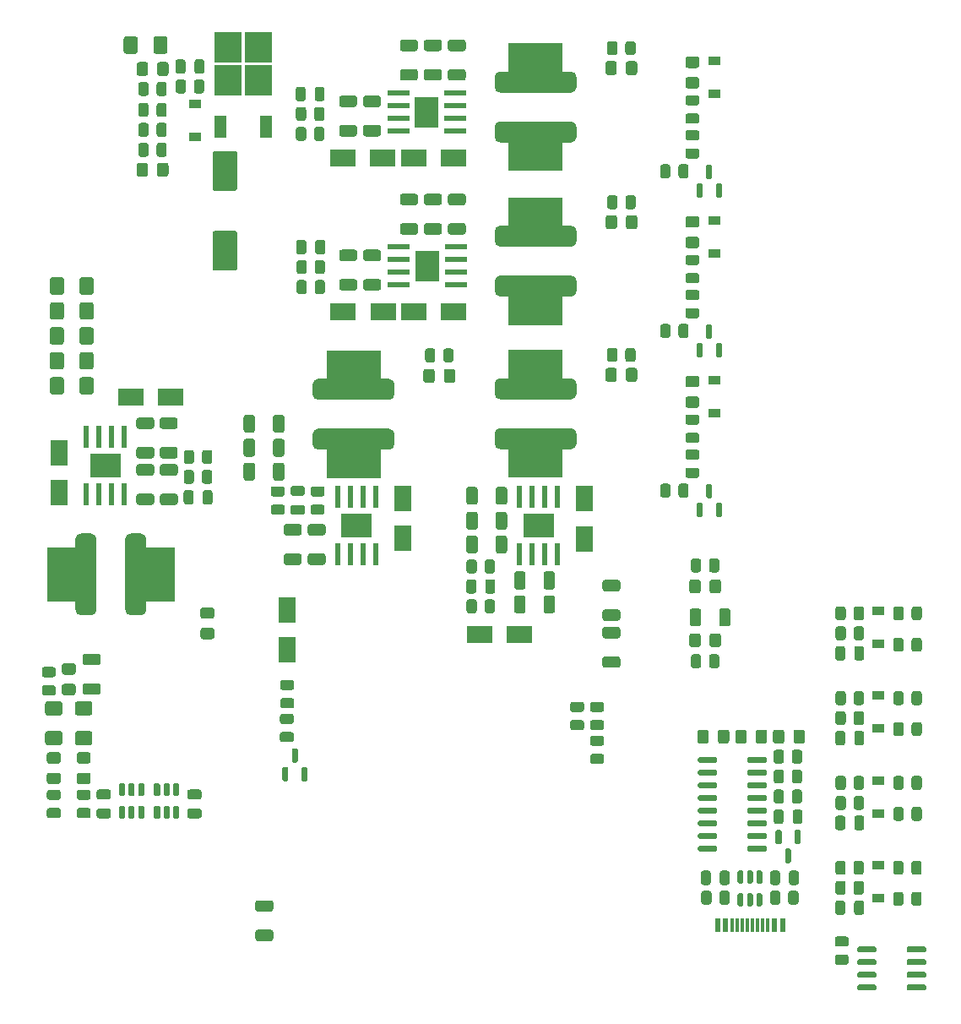
<source format=gbr>
G04 #@! TF.GenerationSoftware,KiCad,Pcbnew,6.0.5+dfsg-1~bpo11+1*
G04 #@! TF.ProjectId,maglock,6d61676c-6f63-46b2-9e6b-696361645f70,2.2*
G04 #@! TF.SameCoordinates,Original*
G04 #@! TF.FileFunction,Paste,Top*
G04 #@! TF.FilePolarity,Positive*
%FSLAX46Y46*%
G04 Gerber Fmt 4.6, Leading zero omitted, Abs format (unit mm)*
%MOMM*%
%LPD*%
G01*
G04 APERTURE LIST*
%ADD10R,5.400000X2.900000*%
%ADD11R,1.200000X0.900000*%
%ADD12R,2.400000X3.100000*%
%ADD13R,2.200000X0.500000*%
%ADD14R,1.800000X2.500000*%
%ADD15R,2.500000X1.800000*%
%ADD16R,2.750000X3.050000*%
%ADD17R,1.200000X2.200000*%
%ADD18R,0.600000X1.450000*%
%ADD19R,0.300000X1.450000*%
%ADD20R,3.100000X2.400000*%
%ADD21R,0.500000X2.200000*%
%ADD22R,2.900000X5.400000*%
G04 APERTURE END LIST*
G36*
G01*
X107450000Y-119225000D02*
X106550000Y-119225000D01*
G75*
G02*
X106300000Y-118975000I0J250000D01*
G01*
X106300000Y-118450000D01*
G75*
G02*
X106550000Y-118200000I250000J0D01*
G01*
X107450000Y-118200000D01*
G75*
G02*
X107700000Y-118450000I0J-250000D01*
G01*
X107700000Y-118975000D01*
G75*
G02*
X107450000Y-119225000I-250000J0D01*
G01*
G37*
G36*
G01*
X107450000Y-117400000D02*
X106550000Y-117400000D01*
G75*
G02*
X106300000Y-117150000I0J250000D01*
G01*
X106300000Y-116625000D01*
G75*
G02*
X106550000Y-116375000I250000J0D01*
G01*
X107450000Y-116375000D01*
G75*
G02*
X107700000Y-116625000I0J-250000D01*
G01*
X107700000Y-117150000D01*
G75*
G02*
X107450000Y-117400000I-250000J0D01*
G01*
G37*
G36*
G01*
X141125000Y-94600000D02*
X133975000Y-94600000D01*
G75*
G02*
X133450000Y-94075000I0J525000D01*
G01*
X133450000Y-93025000D01*
G75*
G02*
X133975000Y-92500000I525000J0D01*
G01*
X141125000Y-92500000D01*
G75*
G02*
X141650000Y-93025000I0J-525000D01*
G01*
X141650000Y-94075000D01*
G75*
G02*
X141125000Y-94600000I-525000J0D01*
G01*
G37*
D10*
X137550000Y-96000000D03*
G36*
G01*
X141125000Y-89600000D02*
X133975000Y-89600000D01*
G75*
G02*
X133450000Y-89075000I0J525000D01*
G01*
X133450000Y-88025000D01*
G75*
G02*
X133975000Y-87500000I525000J0D01*
G01*
X141125000Y-87500000D01*
G75*
G02*
X141650000Y-88025000I0J-525000D01*
G01*
X141650000Y-89075000D01*
G75*
G02*
X141125000Y-89600000I-525000J0D01*
G01*
G37*
X137550000Y-86100000D03*
D11*
X173720000Y-87650000D03*
X173720000Y-90950000D03*
G36*
G01*
X142450000Y-53510000D02*
X143750000Y-53510000D01*
G75*
G02*
X144000000Y-53760000I0J-250000D01*
G01*
X144000000Y-54410000D01*
G75*
G02*
X143750000Y-54660000I-250000J0D01*
G01*
X142450000Y-54660000D01*
G75*
G02*
X142200000Y-54410000I0J250000D01*
G01*
X142200000Y-53760000D01*
G75*
G02*
X142450000Y-53510000I250000J0D01*
G01*
G37*
G36*
G01*
X142450000Y-56460000D02*
X143750000Y-56460000D01*
G75*
G02*
X144000000Y-56710000I0J-250000D01*
G01*
X144000000Y-57360000D01*
G75*
G02*
X143750000Y-57610000I-250000J0D01*
G01*
X142450000Y-57610000D01*
G75*
G02*
X142200000Y-57360000I0J250000D01*
G01*
X142200000Y-56710000D01*
G75*
G02*
X142450000Y-56460000I250000J0D01*
G01*
G37*
G36*
G01*
X162812500Y-72250000D02*
X162812500Y-71350000D01*
G75*
G02*
X163062500Y-71100000I250000J0D01*
G01*
X163712500Y-71100000D01*
G75*
G02*
X163962500Y-71350000I0J-250000D01*
G01*
X163962500Y-72250000D01*
G75*
G02*
X163712500Y-72500000I-250000J0D01*
G01*
X163062500Y-72500000D01*
G75*
G02*
X162812500Y-72250000I0J250000D01*
G01*
G37*
G36*
G01*
X164862500Y-72250000D02*
X164862500Y-71350000D01*
G75*
G02*
X165112500Y-71100000I250000J0D01*
G01*
X165762500Y-71100000D01*
G75*
G02*
X166012500Y-71350000I0J-250000D01*
G01*
X166012500Y-72250000D01*
G75*
G02*
X165762500Y-72500000I-250000J0D01*
G01*
X165112500Y-72500000D01*
G75*
G02*
X164862500Y-72250000I0J250000D01*
G01*
G37*
G36*
G01*
X188712500Y-136050000D02*
X188712500Y-136950000D01*
G75*
G02*
X188462500Y-137200000I-250000J0D01*
G01*
X187937500Y-137200000D01*
G75*
G02*
X187687500Y-136950000I0J250000D01*
G01*
X187687500Y-136050000D01*
G75*
G02*
X187937500Y-135800000I250000J0D01*
G01*
X188462500Y-135800000D01*
G75*
G02*
X188712500Y-136050000I0J-250000D01*
G01*
G37*
G36*
G01*
X186887500Y-136050000D02*
X186887500Y-136950000D01*
G75*
G02*
X186637500Y-137200000I-250000J0D01*
G01*
X186112500Y-137200000D01*
G75*
G02*
X185862500Y-136950000I0J250000D01*
G01*
X185862500Y-136050000D01*
G75*
G02*
X186112500Y-135800000I250000J0D01*
G01*
X186637500Y-135800000D01*
G75*
G02*
X186887500Y-136050000I0J-250000D01*
G01*
G37*
G36*
G01*
X162800000Y-87550000D02*
X162800000Y-86650000D01*
G75*
G02*
X163050000Y-86400000I250000J0D01*
G01*
X163700000Y-86400000D01*
G75*
G02*
X163950000Y-86650000I0J-250000D01*
G01*
X163950000Y-87550000D01*
G75*
G02*
X163700000Y-87800000I-250000J0D01*
G01*
X163050000Y-87800000D01*
G75*
G02*
X162800000Y-87550000I0J250000D01*
G01*
G37*
G36*
G01*
X164850000Y-87550000D02*
X164850000Y-86650000D01*
G75*
G02*
X165100000Y-86400000I250000J0D01*
G01*
X165750000Y-86400000D01*
G75*
G02*
X166000000Y-86650000I0J-250000D01*
G01*
X166000000Y-87550000D01*
G75*
G02*
X165750000Y-87800000I-250000J0D01*
G01*
X165100000Y-87800000D01*
G75*
G02*
X164850000Y-87550000I0J250000D01*
G01*
G37*
G36*
G01*
X134650000Y-58485000D02*
X134650000Y-59435000D01*
G75*
G02*
X134400000Y-59685000I-250000J0D01*
G01*
X133900000Y-59685000D01*
G75*
G02*
X133650000Y-59435000I0J250000D01*
G01*
X133650000Y-58485000D01*
G75*
G02*
X133900000Y-58235000I250000J0D01*
G01*
X134400000Y-58235000D01*
G75*
G02*
X134650000Y-58485000I0J-250000D01*
G01*
G37*
G36*
G01*
X132750000Y-58485000D02*
X132750000Y-59435000D01*
G75*
G02*
X132500000Y-59685000I-250000J0D01*
G01*
X132000000Y-59685000D01*
G75*
G02*
X131750000Y-59435000I0J250000D01*
G01*
X131750000Y-58485000D01*
G75*
G02*
X132000000Y-58235000I250000J0D01*
G01*
X132500000Y-58235000D01*
G75*
G02*
X132750000Y-58485000I0J-250000D01*
G01*
G37*
G36*
G01*
X182205000Y-137030000D02*
X182205000Y-137980000D01*
G75*
G02*
X181955000Y-138230000I-250000J0D01*
G01*
X181455000Y-138230000D01*
G75*
G02*
X181205000Y-137980000I0J250000D01*
G01*
X181205000Y-137030000D01*
G75*
G02*
X181455000Y-136780000I250000J0D01*
G01*
X181955000Y-136780000D01*
G75*
G02*
X182205000Y-137030000I0J-250000D01*
G01*
G37*
G36*
G01*
X180305000Y-137030000D02*
X180305000Y-137980000D01*
G75*
G02*
X180055000Y-138230000I-250000J0D01*
G01*
X179555000Y-138230000D01*
G75*
G02*
X179305000Y-137980000I0J250000D01*
G01*
X179305000Y-137030000D01*
G75*
G02*
X179555000Y-136780000I250000J0D01*
G01*
X180055000Y-136780000D01*
G75*
G02*
X180305000Y-137030000I0J-250000D01*
G01*
G37*
G36*
G01*
X130625000Y-96150000D02*
X130625000Y-97450000D01*
G75*
G02*
X130375000Y-97700000I-250000J0D01*
G01*
X129725000Y-97700000D01*
G75*
G02*
X129475000Y-97450000I0J250000D01*
G01*
X129475000Y-96150000D01*
G75*
G02*
X129725000Y-95900000I250000J0D01*
G01*
X130375000Y-95900000D01*
G75*
G02*
X130625000Y-96150000I0J-250000D01*
G01*
G37*
G36*
G01*
X127675000Y-96150000D02*
X127675000Y-97450000D01*
G75*
G02*
X127425000Y-97700000I-250000J0D01*
G01*
X126775000Y-97700000D01*
G75*
G02*
X126525000Y-97450000I0J250000D01*
G01*
X126525000Y-96150000D01*
G75*
G02*
X126775000Y-95900000I250000J0D01*
G01*
X127425000Y-95900000D01*
G75*
G02*
X127675000Y-96150000I0J-250000D01*
G01*
G37*
G36*
G01*
X107050000Y-128675000D02*
X107950000Y-128675000D01*
G75*
G02*
X108200000Y-128925000I0J-250000D01*
G01*
X108200000Y-129450000D01*
G75*
G02*
X107950000Y-129700000I-250000J0D01*
G01*
X107050000Y-129700000D01*
G75*
G02*
X106800000Y-129450000I0J250000D01*
G01*
X106800000Y-128925000D01*
G75*
G02*
X107050000Y-128675000I250000J0D01*
G01*
G37*
G36*
G01*
X107050000Y-130500000D02*
X107950000Y-130500000D01*
G75*
G02*
X108200000Y-130750000I0J-250000D01*
G01*
X108200000Y-131275000D01*
G75*
G02*
X107950000Y-131525000I-250000J0D01*
G01*
X107050000Y-131525000D01*
G75*
G02*
X106800000Y-131275000I0J250000D01*
G01*
X106800000Y-130750000D01*
G75*
G02*
X107050000Y-130500000I250000J0D01*
G01*
G37*
G36*
G01*
X188725000Y-112550000D02*
X188725000Y-113450000D01*
G75*
G02*
X188475000Y-113700000I-250000J0D01*
G01*
X187950000Y-113700000D01*
G75*
G02*
X187700000Y-113450000I0J250000D01*
G01*
X187700000Y-112550000D01*
G75*
G02*
X187950000Y-112300000I250000J0D01*
G01*
X188475000Y-112300000D01*
G75*
G02*
X188725000Y-112550000I0J-250000D01*
G01*
G37*
G36*
G01*
X186900000Y-112550000D02*
X186900000Y-113450000D01*
G75*
G02*
X186650000Y-113700000I-250000J0D01*
G01*
X186125000Y-113700000D01*
G75*
G02*
X185875000Y-113450000I0J250000D01*
G01*
X185875000Y-112550000D01*
G75*
G02*
X186125000Y-112300000I250000J0D01*
G01*
X186650000Y-112300000D01*
G75*
G02*
X186900000Y-112550000I0J-250000D01*
G01*
G37*
G36*
G01*
X164050000Y-116450000D02*
X162750000Y-116450000D01*
G75*
G02*
X162500000Y-116200000I0J250000D01*
G01*
X162500000Y-115550000D01*
G75*
G02*
X162750000Y-115300000I250000J0D01*
G01*
X164050000Y-115300000D01*
G75*
G02*
X164300000Y-115550000I0J-250000D01*
G01*
X164300000Y-116200000D01*
G75*
G02*
X164050000Y-116450000I-250000J0D01*
G01*
G37*
G36*
G01*
X164050000Y-113500000D02*
X162750000Y-113500000D01*
G75*
G02*
X162500000Y-113250000I0J250000D01*
G01*
X162500000Y-112600000D01*
G75*
G02*
X162750000Y-112350000I250000J0D01*
G01*
X164050000Y-112350000D01*
G75*
G02*
X164300000Y-112600000I0J-250000D01*
G01*
X164300000Y-113250000D01*
G75*
G02*
X164050000Y-113500000I-250000J0D01*
G01*
G37*
G36*
G01*
X148850000Y-102370000D02*
X148850000Y-101070000D01*
G75*
G02*
X149100000Y-100820000I250000J0D01*
G01*
X149750000Y-100820000D01*
G75*
G02*
X150000000Y-101070000I0J-250000D01*
G01*
X150000000Y-102370000D01*
G75*
G02*
X149750000Y-102620000I-250000J0D01*
G01*
X149100000Y-102620000D01*
G75*
G02*
X148850000Y-102370000I0J250000D01*
G01*
G37*
G36*
G01*
X151800000Y-102370000D02*
X151800000Y-101070000D01*
G75*
G02*
X152050000Y-100820000I250000J0D01*
G01*
X152700000Y-100820000D01*
G75*
G02*
X152950000Y-101070000I0J-250000D01*
G01*
X152950000Y-102370000D01*
G75*
G02*
X152700000Y-102620000I-250000J0D01*
G01*
X152050000Y-102620000D01*
G75*
G02*
X151800000Y-102370000I0J250000D01*
G01*
G37*
G36*
G01*
X130625000Y-93750000D02*
X130625000Y-95050000D01*
G75*
G02*
X130375000Y-95300000I-250000J0D01*
G01*
X129725000Y-95300000D01*
G75*
G02*
X129475000Y-95050000I0J250000D01*
G01*
X129475000Y-93750000D01*
G75*
G02*
X129725000Y-93500000I250000J0D01*
G01*
X130375000Y-93500000D01*
G75*
G02*
X130625000Y-93750000I0J-250000D01*
G01*
G37*
G36*
G01*
X127675000Y-93750000D02*
X127675000Y-95050000D01*
G75*
G02*
X127425000Y-95300000I-250000J0D01*
G01*
X126775000Y-95300000D01*
G75*
G02*
X126525000Y-95050000I0J250000D01*
G01*
X126525000Y-93750000D01*
G75*
G02*
X126775000Y-93500000I250000J0D01*
G01*
X127425000Y-93500000D01*
G75*
G02*
X127675000Y-93750000I0J-250000D01*
G01*
G37*
G36*
G01*
X147250000Y-53510000D02*
X148550000Y-53510000D01*
G75*
G02*
X148800000Y-53760000I0J-250000D01*
G01*
X148800000Y-54410000D01*
G75*
G02*
X148550000Y-54660000I-250000J0D01*
G01*
X147250000Y-54660000D01*
G75*
G02*
X147000000Y-54410000I0J250000D01*
G01*
X147000000Y-53760000D01*
G75*
G02*
X147250000Y-53510000I250000J0D01*
G01*
G37*
G36*
G01*
X147250000Y-56460000D02*
X148550000Y-56460000D01*
G75*
G02*
X148800000Y-56710000I0J-250000D01*
G01*
X148800000Y-57360000D01*
G75*
G02*
X148550000Y-57610000I-250000J0D01*
G01*
X147250000Y-57610000D01*
G75*
G02*
X147000000Y-57360000I0J250000D01*
G01*
X147000000Y-56710000D01*
G75*
G02*
X147250000Y-56460000I250000J0D01*
G01*
G37*
G36*
G01*
X194512500Y-136050000D02*
X194512500Y-136950000D01*
G75*
G02*
X194262500Y-137200000I-250000J0D01*
G01*
X193737500Y-137200000D01*
G75*
G02*
X193487500Y-136950000I0J250000D01*
G01*
X193487500Y-136050000D01*
G75*
G02*
X193737500Y-135800000I250000J0D01*
G01*
X194262500Y-135800000D01*
G75*
G02*
X194512500Y-136050000I0J-250000D01*
G01*
G37*
G36*
G01*
X192687500Y-136050000D02*
X192687500Y-136950000D01*
G75*
G02*
X192437500Y-137200000I-250000J0D01*
G01*
X191912500Y-137200000D01*
G75*
G02*
X191662500Y-136950000I0J250000D01*
G01*
X191662500Y-136050000D01*
G75*
G02*
X191912500Y-135800000I250000J0D01*
G01*
X192437500Y-135800000D01*
G75*
G02*
X192687500Y-136050000I0J-250000D01*
G01*
G37*
G36*
G01*
X162418000Y-122712000D02*
X161518000Y-122712000D01*
G75*
G02*
X161268000Y-122462000I0J250000D01*
G01*
X161268000Y-121937000D01*
G75*
G02*
X161518000Y-121687000I250000J0D01*
G01*
X162418000Y-121687000D01*
G75*
G02*
X162668000Y-121937000I0J-250000D01*
G01*
X162668000Y-122462000D01*
G75*
G02*
X162418000Y-122712000I-250000J0D01*
G01*
G37*
G36*
G01*
X162418000Y-120887000D02*
X161518000Y-120887000D01*
G75*
G02*
X161268000Y-120637000I0J250000D01*
G01*
X161268000Y-120112000D01*
G75*
G02*
X161518000Y-119862000I250000J0D01*
G01*
X162418000Y-119862000D01*
G75*
G02*
X162668000Y-120112000I0J-250000D01*
G01*
X162668000Y-120637000D01*
G75*
G02*
X162418000Y-120887000I-250000J0D01*
G01*
G37*
G36*
G01*
X168295000Y-99150000D02*
X168295000Y-98250000D01*
G75*
G02*
X168545000Y-98000000I250000J0D01*
G01*
X169070000Y-98000000D01*
G75*
G02*
X169320000Y-98250000I0J-250000D01*
G01*
X169320000Y-99150000D01*
G75*
G02*
X169070000Y-99400000I-250000J0D01*
G01*
X168545000Y-99400000D01*
G75*
G02*
X168295000Y-99150000I0J250000D01*
G01*
G37*
G36*
G01*
X170120000Y-99150000D02*
X170120000Y-98250000D01*
G75*
G02*
X170370000Y-98000000I250000J0D01*
G01*
X170895000Y-98000000D01*
G75*
G02*
X171145000Y-98250000I0J-250000D01*
G01*
X171145000Y-99150000D01*
G75*
G02*
X170895000Y-99400000I-250000J0D01*
G01*
X170370000Y-99400000D01*
G75*
G02*
X170120000Y-99150000I0J250000D01*
G01*
G37*
G36*
G01*
X132100000Y-106150000D02*
X130800000Y-106150000D01*
G75*
G02*
X130550000Y-105900000I0J250000D01*
G01*
X130550000Y-105250000D01*
G75*
G02*
X130800000Y-105000000I250000J0D01*
G01*
X132100000Y-105000000D01*
G75*
G02*
X132350000Y-105250000I0J-250000D01*
G01*
X132350000Y-105900000D01*
G75*
G02*
X132100000Y-106150000I-250000J0D01*
G01*
G37*
G36*
G01*
X132100000Y-103200000D02*
X130800000Y-103200000D01*
G75*
G02*
X130550000Y-102950000I0J250000D01*
G01*
X130550000Y-102300000D01*
G75*
G02*
X130800000Y-102050000I250000J0D01*
G01*
X132100000Y-102050000D01*
G75*
G02*
X132350000Y-102300000I0J-250000D01*
G01*
X132350000Y-102950000D01*
G75*
G02*
X132100000Y-103200000I-250000J0D01*
G01*
G37*
G36*
G01*
X119725000Y-58650000D02*
X119725000Y-57750000D01*
G75*
G02*
X119975000Y-57500000I250000J0D01*
G01*
X120500000Y-57500000D01*
G75*
G02*
X120750000Y-57750000I0J-250000D01*
G01*
X120750000Y-58650000D01*
G75*
G02*
X120500000Y-58900000I-250000J0D01*
G01*
X119975000Y-58900000D01*
G75*
G02*
X119725000Y-58650000I0J250000D01*
G01*
G37*
G36*
G01*
X121550000Y-58650000D02*
X121550000Y-57750000D01*
G75*
G02*
X121800000Y-57500000I250000J0D01*
G01*
X122325000Y-57500000D01*
G75*
G02*
X122575000Y-57750000I0J-250000D01*
G01*
X122575000Y-58650000D01*
G75*
G02*
X122325000Y-58900000I-250000J0D01*
G01*
X121800000Y-58900000D01*
G75*
G02*
X121550000Y-58650000I0J250000D01*
G01*
G37*
G36*
G01*
X118000000Y-131600000D02*
X117700000Y-131600000D01*
G75*
G02*
X117550000Y-131450000I0J150000D01*
G01*
X117550000Y-130425000D01*
G75*
G02*
X117700000Y-130275000I150000J0D01*
G01*
X118000000Y-130275000D01*
G75*
G02*
X118150000Y-130425000I0J-150000D01*
G01*
X118150000Y-131450000D01*
G75*
G02*
X118000000Y-131600000I-150000J0D01*
G01*
G37*
G36*
G01*
X118950000Y-131600000D02*
X118650000Y-131600000D01*
G75*
G02*
X118500000Y-131450000I0J150000D01*
G01*
X118500000Y-130425000D01*
G75*
G02*
X118650000Y-130275000I150000J0D01*
G01*
X118950000Y-130275000D01*
G75*
G02*
X119100000Y-130425000I0J-150000D01*
G01*
X119100000Y-131450000D01*
G75*
G02*
X118950000Y-131600000I-150000J0D01*
G01*
G37*
G36*
G01*
X119900000Y-131600000D02*
X119600000Y-131600000D01*
G75*
G02*
X119450000Y-131450000I0J150000D01*
G01*
X119450000Y-130425000D01*
G75*
G02*
X119600000Y-130275000I150000J0D01*
G01*
X119900000Y-130275000D01*
G75*
G02*
X120050000Y-130425000I0J-150000D01*
G01*
X120050000Y-131450000D01*
G75*
G02*
X119900000Y-131600000I-150000J0D01*
G01*
G37*
G36*
G01*
X119900000Y-129325000D02*
X119600000Y-129325000D01*
G75*
G02*
X119450000Y-129175000I0J150000D01*
G01*
X119450000Y-128150000D01*
G75*
G02*
X119600000Y-128000000I150000J0D01*
G01*
X119900000Y-128000000D01*
G75*
G02*
X120050000Y-128150000I0J-150000D01*
G01*
X120050000Y-129175000D01*
G75*
G02*
X119900000Y-129325000I-150000J0D01*
G01*
G37*
G36*
G01*
X118950000Y-129325000D02*
X118650000Y-129325000D01*
G75*
G02*
X118500000Y-129175000I0J150000D01*
G01*
X118500000Y-128150000D01*
G75*
G02*
X118650000Y-128000000I150000J0D01*
G01*
X118950000Y-128000000D01*
G75*
G02*
X119100000Y-128150000I0J-150000D01*
G01*
X119100000Y-129175000D01*
G75*
G02*
X118950000Y-129325000I-150000J0D01*
G01*
G37*
G36*
G01*
X118000000Y-129325000D02*
X117700000Y-129325000D01*
G75*
G02*
X117550000Y-129175000I0J150000D01*
G01*
X117550000Y-128150000D01*
G75*
G02*
X117700000Y-128000000I150000J0D01*
G01*
X118000000Y-128000000D01*
G75*
G02*
X118150000Y-128150000I0J-150000D01*
G01*
X118150000Y-129175000D01*
G75*
G02*
X118000000Y-129325000I-150000J0D01*
G01*
G37*
D12*
X144912500Y-76200000D03*
D13*
X147787500Y-78105000D03*
X147787500Y-76835000D03*
X147787500Y-75565000D03*
X147787500Y-74295000D03*
X142037500Y-74295000D03*
X142037500Y-75565000D03*
X142037500Y-76835000D03*
X142037500Y-78105000D03*
G36*
G01*
X110050000Y-128675000D02*
X110950000Y-128675000D01*
G75*
G02*
X111200000Y-128925000I0J-250000D01*
G01*
X111200000Y-129450000D01*
G75*
G02*
X110950000Y-129700000I-250000J0D01*
G01*
X110050000Y-129700000D01*
G75*
G02*
X109800000Y-129450000I0J250000D01*
G01*
X109800000Y-128925000D01*
G75*
G02*
X110050000Y-128675000I250000J0D01*
G01*
G37*
G36*
G01*
X110050000Y-130500000D02*
X110950000Y-130500000D01*
G75*
G02*
X111200000Y-130750000I0J-250000D01*
G01*
X111200000Y-131275000D01*
G75*
G02*
X110950000Y-131525000I-250000J0D01*
G01*
X110050000Y-131525000D01*
G75*
G02*
X109800000Y-131275000I0J250000D01*
G01*
X109800000Y-130750000D01*
G75*
G02*
X110050000Y-130500000I250000J0D01*
G01*
G37*
G36*
G01*
X162800000Y-56810000D02*
X162800000Y-55910000D01*
G75*
G02*
X163050000Y-55660000I250000J0D01*
G01*
X163700000Y-55660000D01*
G75*
G02*
X163950000Y-55910000I0J-250000D01*
G01*
X163950000Y-56810000D01*
G75*
G02*
X163700000Y-57060000I-250000J0D01*
G01*
X163050000Y-57060000D01*
G75*
G02*
X162800000Y-56810000I0J250000D01*
G01*
G37*
G36*
G01*
X164850000Y-56810000D02*
X164850000Y-55910000D01*
G75*
G02*
X165100000Y-55660000I250000J0D01*
G01*
X165750000Y-55660000D01*
G75*
G02*
X166000000Y-55910000I0J-250000D01*
G01*
X166000000Y-56810000D01*
G75*
G02*
X165750000Y-57060000I-250000J0D01*
G01*
X165100000Y-57060000D01*
G75*
G02*
X164850000Y-56810000I0J250000D01*
G01*
G37*
G36*
G01*
X130400000Y-101112500D02*
X129500000Y-101112500D01*
G75*
G02*
X129250000Y-100862500I0J250000D01*
G01*
X129250000Y-100337500D01*
G75*
G02*
X129500000Y-100087500I250000J0D01*
G01*
X130400000Y-100087500D01*
G75*
G02*
X130650000Y-100337500I0J-250000D01*
G01*
X130650000Y-100862500D01*
G75*
G02*
X130400000Y-101112500I-250000J0D01*
G01*
G37*
G36*
G01*
X130400000Y-99287500D02*
X129500000Y-99287500D01*
G75*
G02*
X129250000Y-99037500I0J250000D01*
G01*
X129250000Y-98512500D01*
G75*
G02*
X129500000Y-98262500I250000J0D01*
G01*
X130400000Y-98262500D01*
G75*
G02*
X130650000Y-98512500I0J-250000D01*
G01*
X130650000Y-99037500D01*
G75*
G02*
X130400000Y-99287500I-250000J0D01*
G01*
G37*
G36*
G01*
X171070000Y-75075000D02*
X171970000Y-75075000D01*
G75*
G02*
X172220000Y-75325000I0J-250000D01*
G01*
X172220000Y-75850000D01*
G75*
G02*
X171970000Y-76100000I-250000J0D01*
G01*
X171070000Y-76100000D01*
G75*
G02*
X170820000Y-75850000I0J250000D01*
G01*
X170820000Y-75325000D01*
G75*
G02*
X171070000Y-75075000I250000J0D01*
G01*
G37*
G36*
G01*
X171070000Y-76900000D02*
X171970000Y-76900000D01*
G75*
G02*
X172220000Y-77150000I0J-250000D01*
G01*
X172220000Y-77675000D01*
G75*
G02*
X171970000Y-77925000I-250000J0D01*
G01*
X171070000Y-77925000D01*
G75*
G02*
X170820000Y-77675000I0J250000D01*
G01*
X170820000Y-77150000D01*
G75*
G02*
X171070000Y-76900000I250000J0D01*
G01*
G37*
G36*
G01*
X171070000Y-59075000D02*
X171970000Y-59075000D01*
G75*
G02*
X172220000Y-59325000I0J-250000D01*
G01*
X172220000Y-59850000D01*
G75*
G02*
X171970000Y-60100000I-250000J0D01*
G01*
X171070000Y-60100000D01*
G75*
G02*
X170820000Y-59850000I0J250000D01*
G01*
X170820000Y-59325000D01*
G75*
G02*
X171070000Y-59075000I250000J0D01*
G01*
G37*
G36*
G01*
X171070000Y-60900000D02*
X171970000Y-60900000D01*
G75*
G02*
X172220000Y-61150000I0J-250000D01*
G01*
X172220000Y-61675000D01*
G75*
G02*
X171970000Y-61925000I-250000J0D01*
G01*
X171070000Y-61925000D01*
G75*
G02*
X170820000Y-61675000I0J250000D01*
G01*
X170820000Y-61150000D01*
G75*
G02*
X171070000Y-60900000I250000J0D01*
G01*
G37*
G36*
G01*
X137650000Y-63210000D02*
X136350000Y-63210000D01*
G75*
G02*
X136100000Y-62960000I0J250000D01*
G01*
X136100000Y-62310000D01*
G75*
G02*
X136350000Y-62060000I250000J0D01*
G01*
X137650000Y-62060000D01*
G75*
G02*
X137900000Y-62310000I0J-250000D01*
G01*
X137900000Y-62960000D01*
G75*
G02*
X137650000Y-63210000I-250000J0D01*
G01*
G37*
G36*
G01*
X137650000Y-60260000D02*
X136350000Y-60260000D01*
G75*
G02*
X136100000Y-60010000I0J250000D01*
G01*
X136100000Y-59360000D01*
G75*
G02*
X136350000Y-59110000I250000J0D01*
G01*
X137650000Y-59110000D01*
G75*
G02*
X137900000Y-59360000I0J-250000D01*
G01*
X137900000Y-60010000D01*
G75*
G02*
X137650000Y-60260000I-250000J0D01*
G01*
G37*
G36*
G01*
X194525000Y-130650000D02*
X194525000Y-131550000D01*
G75*
G02*
X194275000Y-131800000I-250000J0D01*
G01*
X193750000Y-131800000D01*
G75*
G02*
X193500000Y-131550000I0J250000D01*
G01*
X193500000Y-130650000D01*
G75*
G02*
X193750000Y-130400000I250000J0D01*
G01*
X194275000Y-130400000D01*
G75*
G02*
X194525000Y-130650000I0J-250000D01*
G01*
G37*
G36*
G01*
X192700000Y-130650000D02*
X192700000Y-131550000D01*
G75*
G02*
X192450000Y-131800000I-250000J0D01*
G01*
X191925000Y-131800000D01*
G75*
G02*
X191675000Y-131550000I0J250000D01*
G01*
X191675000Y-130650000D01*
G75*
G02*
X191925000Y-130400000I250000J0D01*
G01*
X192450000Y-130400000D01*
G75*
G02*
X192700000Y-130650000I0J-250000D01*
G01*
G37*
G36*
G01*
X160418000Y-122712000D02*
X159518000Y-122712000D01*
G75*
G02*
X159268000Y-122462000I0J250000D01*
G01*
X159268000Y-121937000D01*
G75*
G02*
X159518000Y-121687000I250000J0D01*
G01*
X160418000Y-121687000D01*
G75*
G02*
X160668000Y-121937000I0J-250000D01*
G01*
X160668000Y-122462000D01*
G75*
G02*
X160418000Y-122712000I-250000J0D01*
G01*
G37*
G36*
G01*
X160418000Y-120887000D02*
X159518000Y-120887000D01*
G75*
G02*
X159268000Y-120637000I0J250000D01*
G01*
X159268000Y-120112000D01*
G75*
G02*
X159518000Y-119862000I250000J0D01*
G01*
X160418000Y-119862000D01*
G75*
G02*
X160668000Y-120112000I0J-250000D01*
G01*
X160668000Y-120637000D01*
G75*
G02*
X160418000Y-120887000I-250000J0D01*
G01*
G37*
D14*
X108070000Y-98900000D03*
X108070000Y-94900000D03*
G36*
G01*
X107950000Y-128112500D02*
X107050000Y-128112500D01*
G75*
G02*
X106800000Y-127862500I0J250000D01*
G01*
X106800000Y-127212500D01*
G75*
G02*
X107050000Y-126962500I250000J0D01*
G01*
X107950000Y-126962500D01*
G75*
G02*
X108200000Y-127212500I0J-250000D01*
G01*
X108200000Y-127862500D01*
G75*
G02*
X107950000Y-128112500I-250000J0D01*
G01*
G37*
G36*
G01*
X107950000Y-126062500D02*
X107050000Y-126062500D01*
G75*
G02*
X106800000Y-125812500I0J250000D01*
G01*
X106800000Y-125162500D01*
G75*
G02*
X107050000Y-124912500I250000J0D01*
G01*
X107950000Y-124912500D01*
G75*
G02*
X108200000Y-125162500I0J-250000D01*
G01*
X108200000Y-125812500D01*
G75*
G02*
X107950000Y-126062500I-250000J0D01*
G01*
G37*
G36*
G01*
X171375000Y-116250000D02*
X171375000Y-115350000D01*
G75*
G02*
X171625000Y-115100000I250000J0D01*
G01*
X172150000Y-115100000D01*
G75*
G02*
X172400000Y-115350000I0J-250000D01*
G01*
X172400000Y-116250000D01*
G75*
G02*
X172150000Y-116500000I-250000J0D01*
G01*
X171625000Y-116500000D01*
G75*
G02*
X171375000Y-116250000I0J250000D01*
G01*
G37*
G36*
G01*
X173200000Y-116250000D02*
X173200000Y-115350000D01*
G75*
G02*
X173450000Y-115100000I250000J0D01*
G01*
X173975000Y-115100000D01*
G75*
G02*
X174225000Y-115350000I0J-250000D01*
G01*
X174225000Y-116250000D01*
G75*
G02*
X173975000Y-116500000I-250000J0D01*
G01*
X173450000Y-116500000D01*
G75*
G02*
X173200000Y-116250000I0J250000D01*
G01*
G37*
D11*
X173720000Y-71650000D03*
X173720000Y-74950000D03*
G36*
G01*
X117320000Y-100150000D02*
X116020000Y-100150000D01*
G75*
G02*
X115770000Y-99900000I0J250000D01*
G01*
X115770000Y-99250000D01*
G75*
G02*
X116020000Y-99000000I250000J0D01*
G01*
X117320000Y-99000000D01*
G75*
G02*
X117570000Y-99250000I0J-250000D01*
G01*
X117570000Y-99900000D01*
G75*
G02*
X117320000Y-100150000I-250000J0D01*
G01*
G37*
G36*
G01*
X117320000Y-97200000D02*
X116020000Y-97200000D01*
G75*
G02*
X115770000Y-96950000I0J250000D01*
G01*
X115770000Y-96300000D01*
G75*
G02*
X116020000Y-96050000I250000J0D01*
G01*
X117320000Y-96050000D01*
G75*
G02*
X117570000Y-96300000I0J-250000D01*
G01*
X117570000Y-96950000D01*
G75*
G02*
X117320000Y-97200000I-250000J0D01*
G01*
G37*
G36*
G01*
X110950000Y-128112500D02*
X110050000Y-128112500D01*
G75*
G02*
X109800000Y-127862500I0J250000D01*
G01*
X109800000Y-127212500D01*
G75*
G02*
X110050000Y-126962500I250000J0D01*
G01*
X110950000Y-126962500D01*
G75*
G02*
X111200000Y-127212500I0J-250000D01*
G01*
X111200000Y-127862500D01*
G75*
G02*
X110950000Y-128112500I-250000J0D01*
G01*
G37*
G36*
G01*
X110950000Y-126062500D02*
X110050000Y-126062500D01*
G75*
G02*
X109800000Y-125812500I0J250000D01*
G01*
X109800000Y-125162500D01*
G75*
G02*
X110050000Y-124912500I250000J0D01*
G01*
X110950000Y-124912500D01*
G75*
G02*
X111200000Y-125162500I0J-250000D01*
G01*
X111200000Y-125812500D01*
G75*
G02*
X110950000Y-126062500I-250000J0D01*
G01*
G37*
D10*
X155800000Y-95950000D03*
G36*
G01*
X159375000Y-94550000D02*
X152225000Y-94550000D01*
G75*
G02*
X151700000Y-94025000I0J525000D01*
G01*
X151700000Y-92975000D01*
G75*
G02*
X152225000Y-92450000I525000J0D01*
G01*
X159375000Y-92450000D01*
G75*
G02*
X159900000Y-92975000I0J-525000D01*
G01*
X159900000Y-94025000D01*
G75*
G02*
X159375000Y-94550000I-525000J0D01*
G01*
G37*
G36*
G01*
X159375000Y-89550000D02*
X152225000Y-89550000D01*
G75*
G02*
X151700000Y-89025000I0J525000D01*
G01*
X151700000Y-87975000D01*
G75*
G02*
X152225000Y-87450000I525000J0D01*
G01*
X159375000Y-87450000D01*
G75*
G02*
X159900000Y-87975000I0J-525000D01*
G01*
X159900000Y-89025000D01*
G75*
G02*
X159375000Y-89550000I-525000J0D01*
G01*
G37*
X155800000Y-86050000D03*
G36*
G01*
X151750000Y-107825000D02*
X151750000Y-108775000D01*
G75*
G02*
X151500000Y-109025000I-250000J0D01*
G01*
X151000000Y-109025000D01*
G75*
G02*
X150750000Y-108775000I0J250000D01*
G01*
X150750000Y-107825000D01*
G75*
G02*
X151000000Y-107575000I250000J0D01*
G01*
X151500000Y-107575000D01*
G75*
G02*
X151750000Y-107825000I0J-250000D01*
G01*
G37*
G36*
G01*
X149850000Y-107825000D02*
X149850000Y-108775000D01*
G75*
G02*
X149600000Y-109025000I-250000J0D01*
G01*
X149100000Y-109025000D01*
G75*
G02*
X148850000Y-108775000I0J250000D01*
G01*
X148850000Y-107825000D01*
G75*
G02*
X149100000Y-107575000I250000J0D01*
G01*
X149600000Y-107575000D01*
G75*
G02*
X149850000Y-107825000I0J-250000D01*
G01*
G37*
G36*
G01*
X188737500Y-140025000D02*
X188737500Y-140975000D01*
G75*
G02*
X188487500Y-141225000I-250000J0D01*
G01*
X187987500Y-141225000D01*
G75*
G02*
X187737500Y-140975000I0J250000D01*
G01*
X187737500Y-140025000D01*
G75*
G02*
X187987500Y-139775000I250000J0D01*
G01*
X188487500Y-139775000D01*
G75*
G02*
X188737500Y-140025000I0J-250000D01*
G01*
G37*
G36*
G01*
X186837500Y-140025000D02*
X186837500Y-140975000D01*
G75*
G02*
X186587500Y-141225000I-250000J0D01*
G01*
X186087500Y-141225000D01*
G75*
G02*
X185837500Y-140975000I0J250000D01*
G01*
X185837500Y-140025000D01*
G75*
G02*
X186087500Y-139775000I250000J0D01*
G01*
X186587500Y-139775000D01*
G75*
G02*
X186837500Y-140025000I0J-250000D01*
G01*
G37*
D11*
X173720000Y-55650000D03*
X173720000Y-58950000D03*
G36*
G01*
X123650000Y-64667500D02*
X125650000Y-64667500D01*
G75*
G02*
X125900000Y-64917500I0J-250000D01*
G01*
X125900000Y-68417500D01*
G75*
G02*
X125650000Y-68667500I-250000J0D01*
G01*
X123650000Y-68667500D01*
G75*
G02*
X123400000Y-68417500I0J250000D01*
G01*
X123400000Y-64917500D01*
G75*
G02*
X123650000Y-64667500I250000J0D01*
G01*
G37*
G36*
G01*
X123650000Y-72667500D02*
X125650000Y-72667500D01*
G75*
G02*
X125900000Y-72917500I0J-250000D01*
G01*
X125900000Y-76417500D01*
G75*
G02*
X125650000Y-76667500I-250000J0D01*
G01*
X123650000Y-76667500D01*
G75*
G02*
X123400000Y-76417500I0J250000D01*
G01*
X123400000Y-72917500D01*
G75*
G02*
X123650000Y-72667500I250000J0D01*
G01*
G37*
G36*
G01*
X142462500Y-68950000D02*
X143762500Y-68950000D01*
G75*
G02*
X144012500Y-69200000I0J-250000D01*
G01*
X144012500Y-69850000D01*
G75*
G02*
X143762500Y-70100000I-250000J0D01*
G01*
X142462500Y-70100000D01*
G75*
G02*
X142212500Y-69850000I0J250000D01*
G01*
X142212500Y-69200000D01*
G75*
G02*
X142462500Y-68950000I250000J0D01*
G01*
G37*
G36*
G01*
X142462500Y-71900000D02*
X143762500Y-71900000D01*
G75*
G02*
X144012500Y-72150000I0J-250000D01*
G01*
X144012500Y-72800000D01*
G75*
G02*
X143762500Y-73050000I-250000J0D01*
G01*
X142462500Y-73050000D01*
G75*
G02*
X142212500Y-72800000I0J250000D01*
G01*
X142212500Y-72150000D01*
G75*
G02*
X142462500Y-71900000I250000J0D01*
G01*
G37*
D15*
X154200000Y-113100000D03*
X150200000Y-113100000D03*
G36*
G01*
X171970000Y-74400000D02*
X171070000Y-74400000D01*
G75*
G02*
X170820000Y-74150000I0J250000D01*
G01*
X170820000Y-73500000D01*
G75*
G02*
X171070000Y-73250000I250000J0D01*
G01*
X171970000Y-73250000D01*
G75*
G02*
X172220000Y-73500000I0J-250000D01*
G01*
X172220000Y-74150000D01*
G75*
G02*
X171970000Y-74400000I-250000J0D01*
G01*
G37*
G36*
G01*
X171970000Y-72350000D02*
X171070000Y-72350000D01*
G75*
G02*
X170820000Y-72100000I0J250000D01*
G01*
X170820000Y-71450000D01*
G75*
G02*
X171070000Y-71200000I250000J0D01*
G01*
X171970000Y-71200000D01*
G75*
G02*
X172220000Y-71450000I0J-250000D01*
G01*
X172220000Y-72100000D01*
G75*
G02*
X171970000Y-72350000I-250000J0D01*
G01*
G37*
G36*
G01*
X144550000Y-87650000D02*
X144550000Y-86750000D01*
G75*
G02*
X144800000Y-86500000I250000J0D01*
G01*
X145450000Y-86500000D01*
G75*
G02*
X145700000Y-86750000I0J-250000D01*
G01*
X145700000Y-87650000D01*
G75*
G02*
X145450000Y-87900000I-250000J0D01*
G01*
X144800000Y-87900000D01*
G75*
G02*
X144550000Y-87650000I0J250000D01*
G01*
G37*
G36*
G01*
X146600000Y-87650000D02*
X146600000Y-86750000D01*
G75*
G02*
X146850000Y-86500000I250000J0D01*
G01*
X147500000Y-86500000D01*
G75*
G02*
X147750000Y-86750000I0J-250000D01*
G01*
X147750000Y-87650000D01*
G75*
G02*
X147500000Y-87900000I-250000J0D01*
G01*
X146850000Y-87900000D01*
G75*
G02*
X146600000Y-87650000I0J250000D01*
G01*
G37*
G36*
G01*
X194512500Y-139150000D02*
X194512500Y-140050000D01*
G75*
G02*
X194262500Y-140300000I-250000J0D01*
G01*
X193737500Y-140300000D01*
G75*
G02*
X193487500Y-140050000I0J250000D01*
G01*
X193487500Y-139150000D01*
G75*
G02*
X193737500Y-138900000I250000J0D01*
G01*
X194262500Y-138900000D01*
G75*
G02*
X194512500Y-139150000I0J-250000D01*
G01*
G37*
G36*
G01*
X192687500Y-139150000D02*
X192687500Y-140050000D01*
G75*
G02*
X192437500Y-140300000I-250000J0D01*
G01*
X191912500Y-140300000D01*
G75*
G02*
X191662500Y-140050000I0J250000D01*
G01*
X191662500Y-139150000D01*
G75*
G02*
X191912500Y-138900000I250000J0D01*
G01*
X192437500Y-138900000D01*
G75*
G02*
X192687500Y-139150000I0J-250000D01*
G01*
G37*
G36*
G01*
X188725000Y-129550000D02*
X188725000Y-130450000D01*
G75*
G02*
X188475000Y-130700000I-250000J0D01*
G01*
X187950000Y-130700000D01*
G75*
G02*
X187700000Y-130450000I0J250000D01*
G01*
X187700000Y-129550000D01*
G75*
G02*
X187950000Y-129300000I250000J0D01*
G01*
X188475000Y-129300000D01*
G75*
G02*
X188725000Y-129550000I0J-250000D01*
G01*
G37*
G36*
G01*
X186900000Y-129550000D02*
X186900000Y-130450000D01*
G75*
G02*
X186650000Y-130700000I-250000J0D01*
G01*
X186125000Y-130700000D01*
G75*
G02*
X185875000Y-130450000I0J250000D01*
G01*
X185875000Y-129550000D01*
G75*
G02*
X186125000Y-129300000I250000J0D01*
G01*
X186650000Y-129300000D01*
G75*
G02*
X186900000Y-129550000I0J-250000D01*
G01*
G37*
X140500000Y-65360000D03*
X136500000Y-65360000D03*
G36*
G01*
X171970000Y-90400000D02*
X171070000Y-90400000D01*
G75*
G02*
X170820000Y-90150000I0J250000D01*
G01*
X170820000Y-89500000D01*
G75*
G02*
X171070000Y-89250000I250000J0D01*
G01*
X171970000Y-89250000D01*
G75*
G02*
X172220000Y-89500000I0J-250000D01*
G01*
X172220000Y-90150000D01*
G75*
G02*
X171970000Y-90400000I-250000J0D01*
G01*
G37*
G36*
G01*
X171970000Y-88350000D02*
X171070000Y-88350000D01*
G75*
G02*
X170820000Y-88100000I0J250000D01*
G01*
X170820000Y-87450000D01*
G75*
G02*
X171070000Y-87200000I250000J0D01*
G01*
X171970000Y-87200000D01*
G75*
G02*
X172220000Y-87450000I0J-250000D01*
G01*
X172220000Y-88100000D01*
G75*
G02*
X171970000Y-88350000I-250000J0D01*
G01*
G37*
G36*
G01*
X172020000Y-123805000D02*
X172020000Y-122905000D01*
G75*
G02*
X172270000Y-122655000I250000J0D01*
G01*
X172920000Y-122655000D01*
G75*
G02*
X173170000Y-122905000I0J-250000D01*
G01*
X173170000Y-123805000D01*
G75*
G02*
X172920000Y-124055000I-250000J0D01*
G01*
X172270000Y-124055000D01*
G75*
G02*
X172020000Y-123805000I0J250000D01*
G01*
G37*
G36*
G01*
X174070000Y-123805000D02*
X174070000Y-122905000D01*
G75*
G02*
X174320000Y-122655000I250000J0D01*
G01*
X174970000Y-122655000D01*
G75*
G02*
X175220000Y-122905000I0J-250000D01*
G01*
X175220000Y-123805000D01*
G75*
G02*
X174970000Y-124055000I-250000J0D01*
G01*
X174320000Y-124055000D01*
G75*
G02*
X174070000Y-123805000I0J250000D01*
G01*
G37*
G36*
G01*
X171970000Y-97425000D02*
X171070000Y-97425000D01*
G75*
G02*
X170820000Y-97175000I0J250000D01*
G01*
X170820000Y-96650000D01*
G75*
G02*
X171070000Y-96400000I250000J0D01*
G01*
X171970000Y-96400000D01*
G75*
G02*
X172220000Y-96650000I0J-250000D01*
G01*
X172220000Y-97175000D01*
G75*
G02*
X171970000Y-97425000I-250000J0D01*
G01*
G37*
G36*
G01*
X171970000Y-95600000D02*
X171070000Y-95600000D01*
G75*
G02*
X170820000Y-95350000I0J250000D01*
G01*
X170820000Y-94825000D01*
G75*
G02*
X171070000Y-94575000I250000J0D01*
G01*
X171970000Y-94575000D01*
G75*
G02*
X172220000Y-94825000I0J-250000D01*
G01*
X172220000Y-95350000D01*
G75*
G02*
X171970000Y-95600000I-250000J0D01*
G01*
G37*
G36*
G01*
X107100000Y-88824999D02*
X107100000Y-87575001D01*
G75*
G02*
X107350001Y-87325000I250001J0D01*
G01*
X108274999Y-87325000D01*
G75*
G02*
X108525000Y-87575001I0J-250001D01*
G01*
X108525000Y-88824999D01*
G75*
G02*
X108274999Y-89075000I-250001J0D01*
G01*
X107350001Y-89075000D01*
G75*
G02*
X107100000Y-88824999I0J250001D01*
G01*
G37*
G36*
G01*
X110075000Y-88824999D02*
X110075000Y-87575001D01*
G75*
G02*
X110325001Y-87325000I250001J0D01*
G01*
X111249999Y-87325000D01*
G75*
G02*
X111500000Y-87575001I0J-250001D01*
G01*
X111500000Y-88824999D01*
G75*
G02*
X111249999Y-89075000I-250001J0D01*
G01*
X110325001Y-89075000D01*
G75*
G02*
X110075000Y-88824999I0J250001D01*
G01*
G37*
G36*
G01*
X144862500Y-68950000D02*
X146162500Y-68950000D01*
G75*
G02*
X146412500Y-69200000I0J-250000D01*
G01*
X146412500Y-69850000D01*
G75*
G02*
X146162500Y-70100000I-250000J0D01*
G01*
X144862500Y-70100000D01*
G75*
G02*
X144612500Y-69850000I0J250000D01*
G01*
X144612500Y-69200000D01*
G75*
G02*
X144862500Y-68950000I250000J0D01*
G01*
G37*
G36*
G01*
X144862500Y-71900000D02*
X146162500Y-71900000D01*
G75*
G02*
X146412500Y-72150000I0J-250000D01*
G01*
X146412500Y-72800000D01*
G75*
G02*
X146162500Y-73050000I-250000J0D01*
G01*
X144862500Y-73050000D01*
G75*
G02*
X144612500Y-72800000I0J250000D01*
G01*
X144612500Y-72150000D01*
G75*
G02*
X144862500Y-71900000I250000J0D01*
G01*
G37*
G36*
G01*
X114500000Y-131600000D02*
X114200000Y-131600000D01*
G75*
G02*
X114050000Y-131450000I0J150000D01*
G01*
X114050000Y-130425000D01*
G75*
G02*
X114200000Y-130275000I150000J0D01*
G01*
X114500000Y-130275000D01*
G75*
G02*
X114650000Y-130425000I0J-150000D01*
G01*
X114650000Y-131450000D01*
G75*
G02*
X114500000Y-131600000I-150000J0D01*
G01*
G37*
G36*
G01*
X115450000Y-131600000D02*
X115150000Y-131600000D01*
G75*
G02*
X115000000Y-131450000I0J150000D01*
G01*
X115000000Y-130425000D01*
G75*
G02*
X115150000Y-130275000I150000J0D01*
G01*
X115450000Y-130275000D01*
G75*
G02*
X115600000Y-130425000I0J-150000D01*
G01*
X115600000Y-131450000D01*
G75*
G02*
X115450000Y-131600000I-150000J0D01*
G01*
G37*
G36*
G01*
X116400000Y-131600000D02*
X116100000Y-131600000D01*
G75*
G02*
X115950000Y-131450000I0J150000D01*
G01*
X115950000Y-130425000D01*
G75*
G02*
X116100000Y-130275000I150000J0D01*
G01*
X116400000Y-130275000D01*
G75*
G02*
X116550000Y-130425000I0J-150000D01*
G01*
X116550000Y-131450000D01*
G75*
G02*
X116400000Y-131600000I-150000J0D01*
G01*
G37*
G36*
G01*
X116400000Y-129325000D02*
X116100000Y-129325000D01*
G75*
G02*
X115950000Y-129175000I0J150000D01*
G01*
X115950000Y-128150000D01*
G75*
G02*
X116100000Y-128000000I150000J0D01*
G01*
X116400000Y-128000000D01*
G75*
G02*
X116550000Y-128150000I0J-150000D01*
G01*
X116550000Y-129175000D01*
G75*
G02*
X116400000Y-129325000I-150000J0D01*
G01*
G37*
G36*
G01*
X115450000Y-129325000D02*
X115150000Y-129325000D01*
G75*
G02*
X115000000Y-129175000I0J150000D01*
G01*
X115000000Y-128150000D01*
G75*
G02*
X115150000Y-128000000I150000J0D01*
G01*
X115450000Y-128000000D01*
G75*
G02*
X115600000Y-128150000I0J-150000D01*
G01*
X115600000Y-129175000D01*
G75*
G02*
X115450000Y-129325000I-150000J0D01*
G01*
G37*
G36*
G01*
X114500000Y-129325000D02*
X114200000Y-129325000D01*
G75*
G02*
X114050000Y-129175000I0J150000D01*
G01*
X114050000Y-128150000D01*
G75*
G02*
X114200000Y-128000000I150000J0D01*
G01*
X114500000Y-128000000D01*
G75*
G02*
X114650000Y-128150000I0J-150000D01*
G01*
X114650000Y-129175000D01*
G75*
G02*
X114500000Y-129325000I-150000J0D01*
G01*
G37*
G36*
G01*
X172070000Y-125835000D02*
X172070000Y-125535000D01*
G75*
G02*
X172220000Y-125385000I150000J0D01*
G01*
X173870000Y-125385000D01*
G75*
G02*
X174020000Y-125535000I0J-150000D01*
G01*
X174020000Y-125835000D01*
G75*
G02*
X173870000Y-125985000I-150000J0D01*
G01*
X172220000Y-125985000D01*
G75*
G02*
X172070000Y-125835000I0J150000D01*
G01*
G37*
G36*
G01*
X172070000Y-127105000D02*
X172070000Y-126805000D01*
G75*
G02*
X172220000Y-126655000I150000J0D01*
G01*
X173870000Y-126655000D01*
G75*
G02*
X174020000Y-126805000I0J-150000D01*
G01*
X174020000Y-127105000D01*
G75*
G02*
X173870000Y-127255000I-150000J0D01*
G01*
X172220000Y-127255000D01*
G75*
G02*
X172070000Y-127105000I0J150000D01*
G01*
G37*
G36*
G01*
X172070000Y-128375000D02*
X172070000Y-128075000D01*
G75*
G02*
X172220000Y-127925000I150000J0D01*
G01*
X173870000Y-127925000D01*
G75*
G02*
X174020000Y-128075000I0J-150000D01*
G01*
X174020000Y-128375000D01*
G75*
G02*
X173870000Y-128525000I-150000J0D01*
G01*
X172220000Y-128525000D01*
G75*
G02*
X172070000Y-128375000I0J150000D01*
G01*
G37*
G36*
G01*
X172070000Y-129645000D02*
X172070000Y-129345000D01*
G75*
G02*
X172220000Y-129195000I150000J0D01*
G01*
X173870000Y-129195000D01*
G75*
G02*
X174020000Y-129345000I0J-150000D01*
G01*
X174020000Y-129645000D01*
G75*
G02*
X173870000Y-129795000I-150000J0D01*
G01*
X172220000Y-129795000D01*
G75*
G02*
X172070000Y-129645000I0J150000D01*
G01*
G37*
G36*
G01*
X172070000Y-130915000D02*
X172070000Y-130615000D01*
G75*
G02*
X172220000Y-130465000I150000J0D01*
G01*
X173870000Y-130465000D01*
G75*
G02*
X174020000Y-130615000I0J-150000D01*
G01*
X174020000Y-130915000D01*
G75*
G02*
X173870000Y-131065000I-150000J0D01*
G01*
X172220000Y-131065000D01*
G75*
G02*
X172070000Y-130915000I0J150000D01*
G01*
G37*
G36*
G01*
X172070000Y-132185000D02*
X172070000Y-131885000D01*
G75*
G02*
X172220000Y-131735000I150000J0D01*
G01*
X173870000Y-131735000D01*
G75*
G02*
X174020000Y-131885000I0J-150000D01*
G01*
X174020000Y-132185000D01*
G75*
G02*
X173870000Y-132335000I-150000J0D01*
G01*
X172220000Y-132335000D01*
G75*
G02*
X172070000Y-132185000I0J150000D01*
G01*
G37*
G36*
G01*
X172070000Y-133455000D02*
X172070000Y-133155000D01*
G75*
G02*
X172220000Y-133005000I150000J0D01*
G01*
X173870000Y-133005000D01*
G75*
G02*
X174020000Y-133155000I0J-150000D01*
G01*
X174020000Y-133455000D01*
G75*
G02*
X173870000Y-133605000I-150000J0D01*
G01*
X172220000Y-133605000D01*
G75*
G02*
X172070000Y-133455000I0J150000D01*
G01*
G37*
G36*
G01*
X172070000Y-134725000D02*
X172070000Y-134425000D01*
G75*
G02*
X172220000Y-134275000I150000J0D01*
G01*
X173870000Y-134275000D01*
G75*
G02*
X174020000Y-134425000I0J-150000D01*
G01*
X174020000Y-134725000D01*
G75*
G02*
X173870000Y-134875000I-150000J0D01*
G01*
X172220000Y-134875000D01*
G75*
G02*
X172070000Y-134725000I0J150000D01*
G01*
G37*
G36*
G01*
X177020000Y-134725000D02*
X177020000Y-134425000D01*
G75*
G02*
X177170000Y-134275000I150000J0D01*
G01*
X178820000Y-134275000D01*
G75*
G02*
X178970000Y-134425000I0J-150000D01*
G01*
X178970000Y-134725000D01*
G75*
G02*
X178820000Y-134875000I-150000J0D01*
G01*
X177170000Y-134875000D01*
G75*
G02*
X177020000Y-134725000I0J150000D01*
G01*
G37*
G36*
G01*
X177020000Y-133455000D02*
X177020000Y-133155000D01*
G75*
G02*
X177170000Y-133005000I150000J0D01*
G01*
X178820000Y-133005000D01*
G75*
G02*
X178970000Y-133155000I0J-150000D01*
G01*
X178970000Y-133455000D01*
G75*
G02*
X178820000Y-133605000I-150000J0D01*
G01*
X177170000Y-133605000D01*
G75*
G02*
X177020000Y-133455000I0J150000D01*
G01*
G37*
G36*
G01*
X177020000Y-132185000D02*
X177020000Y-131885000D01*
G75*
G02*
X177170000Y-131735000I150000J0D01*
G01*
X178820000Y-131735000D01*
G75*
G02*
X178970000Y-131885000I0J-150000D01*
G01*
X178970000Y-132185000D01*
G75*
G02*
X178820000Y-132335000I-150000J0D01*
G01*
X177170000Y-132335000D01*
G75*
G02*
X177020000Y-132185000I0J150000D01*
G01*
G37*
G36*
G01*
X177020000Y-130915000D02*
X177020000Y-130615000D01*
G75*
G02*
X177170000Y-130465000I150000J0D01*
G01*
X178820000Y-130465000D01*
G75*
G02*
X178970000Y-130615000I0J-150000D01*
G01*
X178970000Y-130915000D01*
G75*
G02*
X178820000Y-131065000I-150000J0D01*
G01*
X177170000Y-131065000D01*
G75*
G02*
X177020000Y-130915000I0J150000D01*
G01*
G37*
G36*
G01*
X177020000Y-129645000D02*
X177020000Y-129345000D01*
G75*
G02*
X177170000Y-129195000I150000J0D01*
G01*
X178820000Y-129195000D01*
G75*
G02*
X178970000Y-129345000I0J-150000D01*
G01*
X178970000Y-129645000D01*
G75*
G02*
X178820000Y-129795000I-150000J0D01*
G01*
X177170000Y-129795000D01*
G75*
G02*
X177020000Y-129645000I0J150000D01*
G01*
G37*
G36*
G01*
X177020000Y-128375000D02*
X177020000Y-128075000D01*
G75*
G02*
X177170000Y-127925000I150000J0D01*
G01*
X178820000Y-127925000D01*
G75*
G02*
X178970000Y-128075000I0J-150000D01*
G01*
X178970000Y-128375000D01*
G75*
G02*
X178820000Y-128525000I-150000J0D01*
G01*
X177170000Y-128525000D01*
G75*
G02*
X177020000Y-128375000I0J150000D01*
G01*
G37*
G36*
G01*
X177020000Y-127105000D02*
X177020000Y-126805000D01*
G75*
G02*
X177170000Y-126655000I150000J0D01*
G01*
X178820000Y-126655000D01*
G75*
G02*
X178970000Y-126805000I0J-150000D01*
G01*
X178970000Y-127105000D01*
G75*
G02*
X178820000Y-127255000I-150000J0D01*
G01*
X177170000Y-127255000D01*
G75*
G02*
X177020000Y-127105000I0J150000D01*
G01*
G37*
G36*
G01*
X177020000Y-125835000D02*
X177020000Y-125535000D01*
G75*
G02*
X177170000Y-125385000I150000J0D01*
G01*
X178820000Y-125385000D01*
G75*
G02*
X178970000Y-125535000I0J-150000D01*
G01*
X178970000Y-125835000D01*
G75*
G02*
X178820000Y-125985000I-150000J0D01*
G01*
X177170000Y-125985000D01*
G75*
G02*
X177020000Y-125835000I0J150000D01*
G01*
G37*
G36*
G01*
X175275000Y-137030000D02*
X175275000Y-137980000D01*
G75*
G02*
X175025000Y-138230000I-250000J0D01*
G01*
X174525000Y-138230000D01*
G75*
G02*
X174275000Y-137980000I0J250000D01*
G01*
X174275000Y-137030000D01*
G75*
G02*
X174525000Y-136780000I250000J0D01*
G01*
X175025000Y-136780000D01*
G75*
G02*
X175275000Y-137030000I0J-250000D01*
G01*
G37*
G36*
G01*
X173375000Y-137030000D02*
X173375000Y-137980000D01*
G75*
G02*
X173125000Y-138230000I-250000J0D01*
G01*
X172625000Y-138230000D01*
G75*
G02*
X172375000Y-137980000I0J250000D01*
G01*
X172375000Y-137030000D01*
G75*
G02*
X172625000Y-136780000I250000J0D01*
G01*
X173125000Y-136780000D01*
G75*
G02*
X173375000Y-137030000I0J-250000D01*
G01*
G37*
G36*
G01*
X118825000Y-64100000D02*
X118825000Y-65000000D01*
G75*
G02*
X118575000Y-65250000I-250000J0D01*
G01*
X118050000Y-65250000D01*
G75*
G02*
X117800000Y-65000000I0J250000D01*
G01*
X117800000Y-64100000D01*
G75*
G02*
X118050000Y-63850000I250000J0D01*
G01*
X118575000Y-63850000D01*
G75*
G02*
X118825000Y-64100000I0J-250000D01*
G01*
G37*
G36*
G01*
X117000000Y-64100000D02*
X117000000Y-65000000D01*
G75*
G02*
X116750000Y-65250000I-250000J0D01*
G01*
X116225000Y-65250000D01*
G75*
G02*
X115975000Y-65000000I0J250000D01*
G01*
X115975000Y-64100000D01*
G75*
G02*
X116225000Y-63850000I250000J0D01*
G01*
X116750000Y-63850000D01*
G75*
G02*
X117000000Y-64100000I0J-250000D01*
G01*
G37*
G36*
G01*
X188050000Y-144845000D02*
X188050000Y-144545000D01*
G75*
G02*
X188200000Y-144395000I150000J0D01*
G01*
X189850000Y-144395000D01*
G75*
G02*
X190000000Y-144545000I0J-150000D01*
G01*
X190000000Y-144845000D01*
G75*
G02*
X189850000Y-144995000I-150000J0D01*
G01*
X188200000Y-144995000D01*
G75*
G02*
X188050000Y-144845000I0J150000D01*
G01*
G37*
G36*
G01*
X188050000Y-146115000D02*
X188050000Y-145815000D01*
G75*
G02*
X188200000Y-145665000I150000J0D01*
G01*
X189850000Y-145665000D01*
G75*
G02*
X190000000Y-145815000I0J-150000D01*
G01*
X190000000Y-146115000D01*
G75*
G02*
X189850000Y-146265000I-150000J0D01*
G01*
X188200000Y-146265000D01*
G75*
G02*
X188050000Y-146115000I0J150000D01*
G01*
G37*
G36*
G01*
X188050000Y-147385000D02*
X188050000Y-147085000D01*
G75*
G02*
X188200000Y-146935000I150000J0D01*
G01*
X189850000Y-146935000D01*
G75*
G02*
X190000000Y-147085000I0J-150000D01*
G01*
X190000000Y-147385000D01*
G75*
G02*
X189850000Y-147535000I-150000J0D01*
G01*
X188200000Y-147535000D01*
G75*
G02*
X188050000Y-147385000I0J150000D01*
G01*
G37*
G36*
G01*
X188050000Y-148655000D02*
X188050000Y-148355000D01*
G75*
G02*
X188200000Y-148205000I150000J0D01*
G01*
X189850000Y-148205000D01*
G75*
G02*
X190000000Y-148355000I0J-150000D01*
G01*
X190000000Y-148655000D01*
G75*
G02*
X189850000Y-148805000I-150000J0D01*
G01*
X188200000Y-148805000D01*
G75*
G02*
X188050000Y-148655000I0J150000D01*
G01*
G37*
G36*
G01*
X193000000Y-148655000D02*
X193000000Y-148355000D01*
G75*
G02*
X193150000Y-148205000I150000J0D01*
G01*
X194800000Y-148205000D01*
G75*
G02*
X194950000Y-148355000I0J-150000D01*
G01*
X194950000Y-148655000D01*
G75*
G02*
X194800000Y-148805000I-150000J0D01*
G01*
X193150000Y-148805000D01*
G75*
G02*
X193000000Y-148655000I0J150000D01*
G01*
G37*
G36*
G01*
X193000000Y-147385000D02*
X193000000Y-147085000D01*
G75*
G02*
X193150000Y-146935000I150000J0D01*
G01*
X194800000Y-146935000D01*
G75*
G02*
X194950000Y-147085000I0J-150000D01*
G01*
X194950000Y-147385000D01*
G75*
G02*
X194800000Y-147535000I-150000J0D01*
G01*
X193150000Y-147535000D01*
G75*
G02*
X193000000Y-147385000I0J150000D01*
G01*
G37*
G36*
G01*
X193000000Y-146115000D02*
X193000000Y-145815000D01*
G75*
G02*
X193150000Y-145665000I150000J0D01*
G01*
X194800000Y-145665000D01*
G75*
G02*
X194950000Y-145815000I0J-150000D01*
G01*
X194950000Y-146115000D01*
G75*
G02*
X194800000Y-146265000I-150000J0D01*
G01*
X193150000Y-146265000D01*
G75*
G02*
X193000000Y-146115000I0J150000D01*
G01*
G37*
G36*
G01*
X193000000Y-144845000D02*
X193000000Y-144545000D01*
G75*
G02*
X193150000Y-144395000I150000J0D01*
G01*
X194800000Y-144395000D01*
G75*
G02*
X194950000Y-144545000I0J-150000D01*
G01*
X194950000Y-144845000D01*
G75*
G02*
X194800000Y-144995000I-150000J0D01*
G01*
X193150000Y-144995000D01*
G75*
G02*
X193000000Y-144845000I0J150000D01*
G01*
G37*
G36*
G01*
X137662500Y-78650000D02*
X136362500Y-78650000D01*
G75*
G02*
X136112500Y-78400000I0J250000D01*
G01*
X136112500Y-77750000D01*
G75*
G02*
X136362500Y-77500000I250000J0D01*
G01*
X137662500Y-77500000D01*
G75*
G02*
X137912500Y-77750000I0J-250000D01*
G01*
X137912500Y-78400000D01*
G75*
G02*
X137662500Y-78650000I-250000J0D01*
G01*
G37*
G36*
G01*
X137662500Y-75700000D02*
X136362500Y-75700000D01*
G75*
G02*
X136112500Y-75450000I0J250000D01*
G01*
X136112500Y-74800000D01*
G75*
G02*
X136362500Y-74550000I250000J0D01*
G01*
X137662500Y-74550000D01*
G75*
G02*
X137912500Y-74800000I0J-250000D01*
G01*
X137912500Y-75450000D01*
G75*
G02*
X137662500Y-75700000I-250000J0D01*
G01*
G37*
G36*
G01*
X107100000Y-78824999D02*
X107100000Y-77575001D01*
G75*
G02*
X107350001Y-77325000I250001J0D01*
G01*
X108274999Y-77325000D01*
G75*
G02*
X108525000Y-77575001I0J-250001D01*
G01*
X108525000Y-78824999D01*
G75*
G02*
X108274999Y-79075000I-250001J0D01*
G01*
X107350001Y-79075000D01*
G75*
G02*
X107100000Y-78824999I0J250001D01*
G01*
G37*
G36*
G01*
X110075000Y-78824999D02*
X110075000Y-77575001D01*
G75*
G02*
X110325001Y-77325000I250001J0D01*
G01*
X111249999Y-77325000D01*
G75*
G02*
X111500000Y-77575001I0J-250001D01*
G01*
X111500000Y-78824999D01*
G75*
G02*
X111249999Y-79075000I-250001J0D01*
G01*
X110325001Y-79075000D01*
G75*
G02*
X110075000Y-78824999I0J250001D01*
G01*
G37*
G36*
G01*
X107087500Y-86324999D02*
X107087500Y-85075001D01*
G75*
G02*
X107337501Y-84825000I250001J0D01*
G01*
X108262499Y-84825000D01*
G75*
G02*
X108512500Y-85075001I0J-250001D01*
G01*
X108512500Y-86324999D01*
G75*
G02*
X108262499Y-86575000I-250001J0D01*
G01*
X107337501Y-86575000D01*
G75*
G02*
X107087500Y-86324999I0J250001D01*
G01*
G37*
G36*
G01*
X110062500Y-86324999D02*
X110062500Y-85075001D01*
G75*
G02*
X110312501Y-84825000I250001J0D01*
G01*
X111237499Y-84825000D01*
G75*
G02*
X111487500Y-85075001I0J-250001D01*
G01*
X111487500Y-86324999D01*
G75*
G02*
X111237499Y-86575000I-250001J0D01*
G01*
X110312501Y-86575000D01*
G75*
G02*
X110062500Y-86324999I0J250001D01*
G01*
G37*
G36*
G01*
X172420000Y-101375000D02*
X172120000Y-101375000D01*
G75*
G02*
X171970000Y-101225000I0J150000D01*
G01*
X171970000Y-100050000D01*
G75*
G02*
X172120000Y-99900000I150000J0D01*
G01*
X172420000Y-99900000D01*
G75*
G02*
X172570000Y-100050000I0J-150000D01*
G01*
X172570000Y-101225000D01*
G75*
G02*
X172420000Y-101375000I-150000J0D01*
G01*
G37*
G36*
G01*
X174320000Y-101375000D02*
X174020000Y-101375000D01*
G75*
G02*
X173870000Y-101225000I0J150000D01*
G01*
X173870000Y-100050000D01*
G75*
G02*
X174020000Y-99900000I150000J0D01*
G01*
X174320000Y-99900000D01*
G75*
G02*
X174470000Y-100050000I0J-150000D01*
G01*
X174470000Y-101225000D01*
G75*
G02*
X174320000Y-101375000I-150000J0D01*
G01*
G37*
G36*
G01*
X173370000Y-99500000D02*
X173070000Y-99500000D01*
G75*
G02*
X172920000Y-99350000I0J150000D01*
G01*
X172920000Y-98175000D01*
G75*
G02*
X173070000Y-98025000I150000J0D01*
G01*
X173370000Y-98025000D01*
G75*
G02*
X173520000Y-98175000I0J-150000D01*
G01*
X173520000Y-99350000D01*
G75*
G02*
X173370000Y-99500000I-150000J0D01*
G01*
G37*
G36*
G01*
X130625000Y-91350000D02*
X130625000Y-92650000D01*
G75*
G02*
X130375000Y-92900000I-250000J0D01*
G01*
X129725000Y-92900000D01*
G75*
G02*
X129475000Y-92650000I0J250000D01*
G01*
X129475000Y-91350000D01*
G75*
G02*
X129725000Y-91100000I250000J0D01*
G01*
X130375000Y-91100000D01*
G75*
G02*
X130625000Y-91350000I0J-250000D01*
G01*
G37*
G36*
G01*
X127675000Y-91350000D02*
X127675000Y-92650000D01*
G75*
G02*
X127425000Y-92900000I-250000J0D01*
G01*
X126775000Y-92900000D01*
G75*
G02*
X126525000Y-92650000I0J250000D01*
G01*
X126525000Y-91350000D01*
G75*
G02*
X126775000Y-91100000I250000J0D01*
G01*
X127425000Y-91100000D01*
G75*
G02*
X127675000Y-91350000I0J-250000D01*
G01*
G37*
G36*
G01*
X134687500Y-75850000D02*
X134687500Y-76750000D01*
G75*
G02*
X134437500Y-77000000I-250000J0D01*
G01*
X133912500Y-77000000D01*
G75*
G02*
X133662500Y-76750000I0J250000D01*
G01*
X133662500Y-75850000D01*
G75*
G02*
X133912500Y-75600000I250000J0D01*
G01*
X134437500Y-75600000D01*
G75*
G02*
X134687500Y-75850000I0J-250000D01*
G01*
G37*
G36*
G01*
X132862500Y-75850000D02*
X132862500Y-76750000D01*
G75*
G02*
X132612500Y-77000000I-250000J0D01*
G01*
X132087500Y-77000000D01*
G75*
G02*
X131837500Y-76750000I0J250000D01*
G01*
X131837500Y-75850000D01*
G75*
G02*
X132087500Y-75600000I250000J0D01*
G01*
X132612500Y-75600000D01*
G75*
G02*
X132862500Y-75850000I0J-250000D01*
G01*
G37*
G36*
G01*
X140062500Y-78650000D02*
X138762500Y-78650000D01*
G75*
G02*
X138512500Y-78400000I0J250000D01*
G01*
X138512500Y-77750000D01*
G75*
G02*
X138762500Y-77500000I250000J0D01*
G01*
X140062500Y-77500000D01*
G75*
G02*
X140312500Y-77750000I0J-250000D01*
G01*
X140312500Y-78400000D01*
G75*
G02*
X140062500Y-78650000I-250000J0D01*
G01*
G37*
G36*
G01*
X140062500Y-75700000D02*
X138762500Y-75700000D01*
G75*
G02*
X138512500Y-75450000I0J250000D01*
G01*
X138512500Y-74800000D01*
G75*
G02*
X138762500Y-74550000I250000J0D01*
G01*
X140062500Y-74550000D01*
G75*
G02*
X140312500Y-74800000I0J-250000D01*
G01*
X140312500Y-75450000D01*
G75*
G02*
X140062500Y-75700000I-250000J0D01*
G01*
G37*
X147612500Y-80800000D03*
X143612500Y-80800000D03*
G36*
G01*
X131350000Y-120525000D02*
X130450000Y-120525000D01*
G75*
G02*
X130200000Y-120275000I0J250000D01*
G01*
X130200000Y-119750000D01*
G75*
G02*
X130450000Y-119500000I250000J0D01*
G01*
X131350000Y-119500000D01*
G75*
G02*
X131600000Y-119750000I0J-250000D01*
G01*
X131600000Y-120275000D01*
G75*
G02*
X131350000Y-120525000I-250000J0D01*
G01*
G37*
G36*
G01*
X131350000Y-118700000D02*
X130450000Y-118700000D01*
G75*
G02*
X130200000Y-118450000I0J250000D01*
G01*
X130200000Y-117925000D01*
G75*
G02*
X130450000Y-117675000I250000J0D01*
G01*
X131350000Y-117675000D01*
G75*
G02*
X131600000Y-117925000I0J-250000D01*
G01*
X131600000Y-118450000D01*
G75*
G02*
X131350000Y-118700000I-250000J0D01*
G01*
G37*
D14*
X142450000Y-99500000D03*
X142450000Y-103500000D03*
G36*
G01*
X171070000Y-91075000D02*
X171970000Y-91075000D01*
G75*
G02*
X172220000Y-91325000I0J-250000D01*
G01*
X172220000Y-91850000D01*
G75*
G02*
X171970000Y-92100000I-250000J0D01*
G01*
X171070000Y-92100000D01*
G75*
G02*
X170820000Y-91850000I0J250000D01*
G01*
X170820000Y-91325000D01*
G75*
G02*
X171070000Y-91075000I250000J0D01*
G01*
G37*
G36*
G01*
X171070000Y-92900000D02*
X171970000Y-92900000D01*
G75*
G02*
X172220000Y-93150000I0J-250000D01*
G01*
X172220000Y-93675000D01*
G75*
G02*
X171970000Y-93925000I-250000J0D01*
G01*
X171070000Y-93925000D01*
G75*
G02*
X170820000Y-93675000I0J250000D01*
G01*
X170820000Y-93150000D01*
G75*
G02*
X171070000Y-92900000I250000J0D01*
G01*
G37*
G36*
G01*
X186050000Y-143375000D02*
X186950000Y-143375000D01*
G75*
G02*
X187200000Y-143625000I0J-250000D01*
G01*
X187200000Y-144150000D01*
G75*
G02*
X186950000Y-144400000I-250000J0D01*
G01*
X186050000Y-144400000D01*
G75*
G02*
X185800000Y-144150000I0J250000D01*
G01*
X185800000Y-143625000D01*
G75*
G02*
X186050000Y-143375000I250000J0D01*
G01*
G37*
G36*
G01*
X186050000Y-145200000D02*
X186950000Y-145200000D01*
G75*
G02*
X187200000Y-145450000I0J-250000D01*
G01*
X187200000Y-145975000D01*
G75*
G02*
X186950000Y-146225000I-250000J0D01*
G01*
X186050000Y-146225000D01*
G75*
G02*
X185800000Y-145975000I0J250000D01*
G01*
X185800000Y-145450000D01*
G75*
G02*
X186050000Y-145200000I250000J0D01*
G01*
G37*
G36*
G01*
X108124999Y-124212500D02*
X106875001Y-124212500D01*
G75*
G02*
X106625000Y-123962499I0J250001D01*
G01*
X106625000Y-123037501D01*
G75*
G02*
X106875001Y-122787500I250001J0D01*
G01*
X108124999Y-122787500D01*
G75*
G02*
X108375000Y-123037501I0J-250001D01*
G01*
X108375000Y-123962499D01*
G75*
G02*
X108124999Y-124212500I-250001J0D01*
G01*
G37*
G36*
G01*
X108124999Y-121237500D02*
X106875001Y-121237500D01*
G75*
G02*
X106625000Y-120987499I0J250001D01*
G01*
X106625000Y-120062501D01*
G75*
G02*
X106875001Y-119812500I250001J0D01*
G01*
X108124999Y-119812500D01*
G75*
G02*
X108375000Y-120062501I0J-250001D01*
G01*
X108375000Y-120987499D01*
G75*
G02*
X108124999Y-121237500I-250001J0D01*
G01*
G37*
G36*
G01*
X162750000Y-107650000D02*
X164050000Y-107650000D01*
G75*
G02*
X164300000Y-107900000I0J-250000D01*
G01*
X164300000Y-108550000D01*
G75*
G02*
X164050000Y-108800000I-250000J0D01*
G01*
X162750000Y-108800000D01*
G75*
G02*
X162500000Y-108550000I0J250000D01*
G01*
X162500000Y-107900000D01*
G75*
G02*
X162750000Y-107650000I250000J0D01*
G01*
G37*
G36*
G01*
X162750000Y-110600000D02*
X164050000Y-110600000D01*
G75*
G02*
X164300000Y-110850000I0J-250000D01*
G01*
X164300000Y-111500000D01*
G75*
G02*
X164050000Y-111750000I-250000J0D01*
G01*
X162750000Y-111750000D01*
G75*
G02*
X162500000Y-111500000I0J250000D01*
G01*
X162500000Y-110850000D01*
G75*
G02*
X162750000Y-110600000I250000J0D01*
G01*
G37*
G36*
G01*
X188750000Y-131525000D02*
X188750000Y-132475000D01*
G75*
G02*
X188500000Y-132725000I-250000J0D01*
G01*
X188000000Y-132725000D01*
G75*
G02*
X187750000Y-132475000I0J250000D01*
G01*
X187750000Y-131525000D01*
G75*
G02*
X188000000Y-131275000I250000J0D01*
G01*
X188500000Y-131275000D01*
G75*
G02*
X188750000Y-131525000I0J-250000D01*
G01*
G37*
G36*
G01*
X186850000Y-131525000D02*
X186850000Y-132475000D01*
G75*
G02*
X186600000Y-132725000I-250000J0D01*
G01*
X186100000Y-132725000D01*
G75*
G02*
X185850000Y-132475000I0J250000D01*
G01*
X185850000Y-131525000D01*
G75*
G02*
X186100000Y-131275000I250000J0D01*
G01*
X186600000Y-131275000D01*
G75*
G02*
X186850000Y-131525000I0J-250000D01*
G01*
G37*
G36*
G01*
X171970000Y-58400000D02*
X171070000Y-58400000D01*
G75*
G02*
X170820000Y-58150000I0J250000D01*
G01*
X170820000Y-57500000D01*
G75*
G02*
X171070000Y-57250000I250000J0D01*
G01*
X171970000Y-57250000D01*
G75*
G02*
X172220000Y-57500000I0J-250000D01*
G01*
X172220000Y-58150000D01*
G75*
G02*
X171970000Y-58400000I-250000J0D01*
G01*
G37*
G36*
G01*
X171970000Y-56350000D02*
X171070000Y-56350000D01*
G75*
G02*
X170820000Y-56100000I0J250000D01*
G01*
X170820000Y-55450000D01*
G75*
G02*
X171070000Y-55200000I250000J0D01*
G01*
X171970000Y-55200000D01*
G75*
G02*
X172220000Y-55450000I0J-250000D01*
G01*
X172220000Y-56100000D01*
G75*
G02*
X171970000Y-56350000I-250000J0D01*
G01*
G37*
G36*
G01*
X171970000Y-81425000D02*
X171070000Y-81425000D01*
G75*
G02*
X170820000Y-81175000I0J250000D01*
G01*
X170820000Y-80650000D01*
G75*
G02*
X171070000Y-80400000I250000J0D01*
G01*
X171970000Y-80400000D01*
G75*
G02*
X172220000Y-80650000I0J-250000D01*
G01*
X172220000Y-81175000D01*
G75*
G02*
X171970000Y-81425000I-250000J0D01*
G01*
G37*
G36*
G01*
X171970000Y-79600000D02*
X171070000Y-79600000D01*
G75*
G02*
X170820000Y-79350000I0J250000D01*
G01*
X170820000Y-78825000D01*
G75*
G02*
X171070000Y-78575000I250000J0D01*
G01*
X171970000Y-78575000D01*
G75*
G02*
X172220000Y-78825000I0J-250000D01*
G01*
X172220000Y-79350000D01*
G75*
G02*
X171970000Y-79600000I-250000J0D01*
G01*
G37*
G36*
G01*
X194525000Y-127550000D02*
X194525000Y-128450000D01*
G75*
G02*
X194275000Y-128700000I-250000J0D01*
G01*
X193750000Y-128700000D01*
G75*
G02*
X193500000Y-128450000I0J250000D01*
G01*
X193500000Y-127550000D01*
G75*
G02*
X193750000Y-127300000I250000J0D01*
G01*
X194275000Y-127300000D01*
G75*
G02*
X194525000Y-127550000I0J-250000D01*
G01*
G37*
G36*
G01*
X192700000Y-127550000D02*
X192700000Y-128450000D01*
G75*
G02*
X192450000Y-128700000I-250000J0D01*
G01*
X191925000Y-128700000D01*
G75*
G02*
X191675000Y-128450000I0J250000D01*
G01*
X191675000Y-127550000D01*
G75*
G02*
X191925000Y-127300000I250000J0D01*
G01*
X192450000Y-127300000D01*
G75*
G02*
X192700000Y-127550000I0J-250000D01*
G01*
G37*
G36*
G01*
X165825000Y-84650000D02*
X165825000Y-85550000D01*
G75*
G02*
X165575000Y-85800000I-250000J0D01*
G01*
X165050000Y-85800000D01*
G75*
G02*
X164800000Y-85550000I0J250000D01*
G01*
X164800000Y-84650000D01*
G75*
G02*
X165050000Y-84400000I250000J0D01*
G01*
X165575000Y-84400000D01*
G75*
G02*
X165825000Y-84650000I0J-250000D01*
G01*
G37*
G36*
G01*
X164000000Y-84650000D02*
X164000000Y-85550000D01*
G75*
G02*
X163750000Y-85800000I-250000J0D01*
G01*
X163225000Y-85800000D01*
G75*
G02*
X162975000Y-85550000I0J250000D01*
G01*
X162975000Y-84650000D01*
G75*
G02*
X163225000Y-84400000I250000J0D01*
G01*
X163750000Y-84400000D01*
G75*
G02*
X164000000Y-84650000I0J-250000D01*
G01*
G37*
G36*
G01*
X175820000Y-123805000D02*
X175820000Y-122905000D01*
G75*
G02*
X176070000Y-122655000I250000J0D01*
G01*
X176720000Y-122655000D01*
G75*
G02*
X176970000Y-122905000I0J-250000D01*
G01*
X176970000Y-123805000D01*
G75*
G02*
X176720000Y-124055000I-250000J0D01*
G01*
X176070000Y-124055000D01*
G75*
G02*
X175820000Y-123805000I0J250000D01*
G01*
G37*
G36*
G01*
X177870000Y-123805000D02*
X177870000Y-122905000D01*
G75*
G02*
X178120000Y-122655000I250000J0D01*
G01*
X178770000Y-122655000D01*
G75*
G02*
X179020000Y-122905000I0J-250000D01*
G01*
X179020000Y-123805000D01*
G75*
G02*
X178770000Y-124055000I-250000J0D01*
G01*
X178120000Y-124055000D01*
G75*
G02*
X177870000Y-123805000I0J250000D01*
G01*
G37*
G36*
G01*
X188725000Y-121050000D02*
X188725000Y-121950000D01*
G75*
G02*
X188475000Y-122200000I-250000J0D01*
G01*
X187950000Y-122200000D01*
G75*
G02*
X187700000Y-121950000I0J250000D01*
G01*
X187700000Y-121050000D01*
G75*
G02*
X187950000Y-120800000I250000J0D01*
G01*
X188475000Y-120800000D01*
G75*
G02*
X188725000Y-121050000I0J-250000D01*
G01*
G37*
G36*
G01*
X186900000Y-121050000D02*
X186900000Y-121950000D01*
G75*
G02*
X186650000Y-122200000I-250000J0D01*
G01*
X186125000Y-122200000D01*
G75*
G02*
X185875000Y-121950000I0J250000D01*
G01*
X185875000Y-121050000D01*
G75*
G02*
X186125000Y-120800000I250000J0D01*
G01*
X186650000Y-120800000D01*
G75*
G02*
X186900000Y-121050000I0J-250000D01*
G01*
G37*
G36*
G01*
X129250000Y-143850000D02*
X127950000Y-143850000D01*
G75*
G02*
X127700000Y-143600000I0J250000D01*
G01*
X127700000Y-142950000D01*
G75*
G02*
X127950000Y-142700000I250000J0D01*
G01*
X129250000Y-142700000D01*
G75*
G02*
X129500000Y-142950000I0J-250000D01*
G01*
X129500000Y-143600000D01*
G75*
G02*
X129250000Y-143850000I-250000J0D01*
G01*
G37*
G36*
G01*
X129250000Y-140900000D02*
X127950000Y-140900000D01*
G75*
G02*
X127700000Y-140650000I0J250000D01*
G01*
X127700000Y-140000000D01*
G75*
G02*
X127950000Y-139750000I250000J0D01*
G01*
X129250000Y-139750000D01*
G75*
G02*
X129500000Y-140000000I0J-250000D01*
G01*
X129500000Y-140650000D01*
G75*
G02*
X129250000Y-140900000I-250000J0D01*
G01*
G37*
G36*
G01*
X151725000Y-109850000D02*
X151725000Y-110750000D01*
G75*
G02*
X151475000Y-111000000I-250000J0D01*
G01*
X150950000Y-111000000D01*
G75*
G02*
X150700000Y-110750000I0J250000D01*
G01*
X150700000Y-109850000D01*
G75*
G02*
X150950000Y-109600000I250000J0D01*
G01*
X151475000Y-109600000D01*
G75*
G02*
X151725000Y-109850000I0J-250000D01*
G01*
G37*
G36*
G01*
X149900000Y-109850000D02*
X149900000Y-110750000D01*
G75*
G02*
X149650000Y-111000000I-250000J0D01*
G01*
X149125000Y-111000000D01*
G75*
G02*
X148875000Y-110750000I0J250000D01*
G01*
X148875000Y-109850000D01*
G75*
G02*
X149125000Y-109600000I250000J0D01*
G01*
X149650000Y-109600000D01*
G75*
G02*
X149900000Y-109850000I0J-250000D01*
G01*
G37*
G36*
G01*
X130868000Y-127862000D02*
X130568000Y-127862000D01*
G75*
G02*
X130418000Y-127712000I0J150000D01*
G01*
X130418000Y-126537000D01*
G75*
G02*
X130568000Y-126387000I150000J0D01*
G01*
X130868000Y-126387000D01*
G75*
G02*
X131018000Y-126537000I0J-150000D01*
G01*
X131018000Y-127712000D01*
G75*
G02*
X130868000Y-127862000I-150000J0D01*
G01*
G37*
G36*
G01*
X132768000Y-127862000D02*
X132468000Y-127862000D01*
G75*
G02*
X132318000Y-127712000I0J150000D01*
G01*
X132318000Y-126537000D01*
G75*
G02*
X132468000Y-126387000I150000J0D01*
G01*
X132768000Y-126387000D01*
G75*
G02*
X132918000Y-126537000I0J-150000D01*
G01*
X132918000Y-127712000D01*
G75*
G02*
X132768000Y-127862000I-150000J0D01*
G01*
G37*
G36*
G01*
X131818000Y-125987000D02*
X131518000Y-125987000D01*
G75*
G02*
X131368000Y-125837000I0J150000D01*
G01*
X131368000Y-124662000D01*
G75*
G02*
X131518000Y-124512000I150000J0D01*
G01*
X131818000Y-124512000D01*
G75*
G02*
X131968000Y-124662000I0J-150000D01*
G01*
X131968000Y-125837000D01*
G75*
G02*
X131818000Y-125987000I-150000J0D01*
G01*
G37*
G36*
G01*
X134687500Y-77850000D02*
X134687500Y-78750000D01*
G75*
G02*
X134437500Y-79000000I-250000J0D01*
G01*
X133912500Y-79000000D01*
G75*
G02*
X133662500Y-78750000I0J250000D01*
G01*
X133662500Y-77850000D01*
G75*
G02*
X133912500Y-77600000I250000J0D01*
G01*
X134437500Y-77600000D01*
G75*
G02*
X134687500Y-77850000I0J-250000D01*
G01*
G37*
G36*
G01*
X132862500Y-77850000D02*
X132862500Y-78750000D01*
G75*
G02*
X132612500Y-79000000I-250000J0D01*
G01*
X132087500Y-79000000D01*
G75*
G02*
X131837500Y-78750000I0J250000D01*
G01*
X131837500Y-77850000D01*
G75*
G02*
X132087500Y-77600000I250000J0D01*
G01*
X132612500Y-77600000D01*
G75*
G02*
X132862500Y-77850000I0J-250000D01*
G01*
G37*
D16*
X124950000Y-54250000D03*
X124950000Y-57600000D03*
X128000000Y-57600000D03*
X128000000Y-54250000D03*
D17*
X124195000Y-62225000D03*
X128755000Y-62225000D03*
D14*
X160700000Y-99520000D03*
X160700000Y-103520000D03*
D18*
X174050000Y-142255000D03*
X174850000Y-142255000D03*
D19*
X176050000Y-142255000D03*
X177050000Y-142255000D03*
X177550000Y-142255000D03*
X178550000Y-142255000D03*
D18*
X179750000Y-142255000D03*
X180550000Y-142255000D03*
X180550000Y-142255000D03*
X179750000Y-142255000D03*
D19*
X179050000Y-142255000D03*
X178050000Y-142255000D03*
X176550000Y-142255000D03*
X175550000Y-142255000D03*
D18*
X174850000Y-142255000D03*
X174050000Y-142255000D03*
D15*
X115200000Y-89300000D03*
X119200000Y-89300000D03*
D20*
X112670000Y-96200000D03*
D21*
X110765000Y-99075000D03*
X112035000Y-99075000D03*
X113305000Y-99075000D03*
X114575000Y-99075000D03*
X114575000Y-93325000D03*
X113305000Y-93325000D03*
X112035000Y-93325000D03*
X110765000Y-93325000D03*
G36*
G01*
X134712500Y-73825000D02*
X134712500Y-74775000D01*
G75*
G02*
X134462500Y-75025000I-250000J0D01*
G01*
X133962500Y-75025000D01*
G75*
G02*
X133712500Y-74775000I0J250000D01*
G01*
X133712500Y-73825000D01*
G75*
G02*
X133962500Y-73575000I250000J0D01*
G01*
X134462500Y-73575000D01*
G75*
G02*
X134712500Y-73825000I0J-250000D01*
G01*
G37*
G36*
G01*
X132812500Y-73825000D02*
X132812500Y-74775000D01*
G75*
G02*
X132562500Y-75025000I-250000J0D01*
G01*
X132062500Y-75025000D01*
G75*
G02*
X131812500Y-74775000I0J250000D01*
G01*
X131812500Y-73825000D01*
G75*
G02*
X132062500Y-73575000I250000J0D01*
G01*
X132562500Y-73575000D01*
G75*
G02*
X132812500Y-73825000I0J-250000D01*
G01*
G37*
G36*
G01*
X194525000Y-119050000D02*
X194525000Y-119950000D01*
G75*
G02*
X194275000Y-120200000I-250000J0D01*
G01*
X193750000Y-120200000D01*
G75*
G02*
X193500000Y-119950000I0J250000D01*
G01*
X193500000Y-119050000D01*
G75*
G02*
X193750000Y-118800000I250000J0D01*
G01*
X194275000Y-118800000D01*
G75*
G02*
X194525000Y-119050000I0J-250000D01*
G01*
G37*
G36*
G01*
X192700000Y-119050000D02*
X192700000Y-119950000D01*
G75*
G02*
X192450000Y-120200000I-250000J0D01*
G01*
X191925000Y-120200000D01*
G75*
G02*
X191675000Y-119950000I0J250000D01*
G01*
X191675000Y-119050000D01*
G75*
G02*
X191925000Y-118800000I250000J0D01*
G01*
X192450000Y-118800000D01*
G75*
G02*
X192700000Y-119050000I0J-250000D01*
G01*
G37*
G36*
G01*
X148850000Y-99870000D02*
X148850000Y-98570000D01*
G75*
G02*
X149100000Y-98320000I250000J0D01*
G01*
X149750000Y-98320000D01*
G75*
G02*
X150000000Y-98570000I0J-250000D01*
G01*
X150000000Y-99870000D01*
G75*
G02*
X149750000Y-100120000I-250000J0D01*
G01*
X149100000Y-100120000D01*
G75*
G02*
X148850000Y-99870000I0J250000D01*
G01*
G37*
G36*
G01*
X151800000Y-99870000D02*
X151800000Y-98570000D01*
G75*
G02*
X152050000Y-98320000I250000J0D01*
G01*
X152700000Y-98320000D01*
G75*
G02*
X152950000Y-98570000I0J-250000D01*
G01*
X152950000Y-99870000D01*
G75*
G02*
X152700000Y-100120000I-250000J0D01*
G01*
X152050000Y-100120000D01*
G75*
G02*
X151800000Y-99870000I0J250000D01*
G01*
G37*
G36*
G01*
X134400000Y-101112500D02*
X133500000Y-101112500D01*
G75*
G02*
X133250000Y-100862500I0J250000D01*
G01*
X133250000Y-100337500D01*
G75*
G02*
X133500000Y-100087500I250000J0D01*
G01*
X134400000Y-100087500D01*
G75*
G02*
X134650000Y-100337500I0J-250000D01*
G01*
X134650000Y-100862500D01*
G75*
G02*
X134400000Y-101112500I-250000J0D01*
G01*
G37*
G36*
G01*
X134400000Y-99287500D02*
X133500000Y-99287500D01*
G75*
G02*
X133250000Y-99037500I0J250000D01*
G01*
X133250000Y-98512500D01*
G75*
G02*
X133500000Y-98262500I250000J0D01*
G01*
X134400000Y-98262500D01*
G75*
G02*
X134650000Y-98512500I0J-250000D01*
G01*
X134650000Y-99037500D01*
G75*
G02*
X134400000Y-99287500I-250000J0D01*
G01*
G37*
G36*
G01*
X134625000Y-60510000D02*
X134625000Y-61410000D01*
G75*
G02*
X134375000Y-61660000I-250000J0D01*
G01*
X133850000Y-61660000D01*
G75*
G02*
X133600000Y-61410000I0J250000D01*
G01*
X133600000Y-60510000D01*
G75*
G02*
X133850000Y-60260000I250000J0D01*
G01*
X134375000Y-60260000D01*
G75*
G02*
X134625000Y-60510000I0J-250000D01*
G01*
G37*
G36*
G01*
X132800000Y-60510000D02*
X132800000Y-61410000D01*
G75*
G02*
X132550000Y-61660000I-250000J0D01*
G01*
X132025000Y-61660000D01*
G75*
G02*
X131775000Y-61410000I0J250000D01*
G01*
X131775000Y-60510000D01*
G75*
G02*
X132025000Y-60260000I250000J0D01*
G01*
X132550000Y-60260000D01*
G75*
G02*
X132800000Y-60510000I0J-250000D01*
G01*
G37*
G36*
G01*
X121125000Y-128650000D02*
X122075000Y-128650000D01*
G75*
G02*
X122325000Y-128900000I0J-250000D01*
G01*
X122325000Y-129400000D01*
G75*
G02*
X122075000Y-129650000I-250000J0D01*
G01*
X121125000Y-129650000D01*
G75*
G02*
X120875000Y-129400000I0J250000D01*
G01*
X120875000Y-128900000D01*
G75*
G02*
X121125000Y-128650000I250000J0D01*
G01*
G37*
G36*
G01*
X121125000Y-130550000D02*
X122075000Y-130550000D01*
G75*
G02*
X122325000Y-130800000I0J-250000D01*
G01*
X122325000Y-131300000D01*
G75*
G02*
X122075000Y-131550000I-250000J0D01*
G01*
X121125000Y-131550000D01*
G75*
G02*
X120875000Y-131300000I0J250000D01*
G01*
X120875000Y-130800000D01*
G75*
G02*
X121125000Y-130550000I250000J0D01*
G01*
G37*
G36*
G01*
X171375000Y-106650000D02*
X171375000Y-105750000D01*
G75*
G02*
X171625000Y-105500000I250000J0D01*
G01*
X172150000Y-105500000D01*
G75*
G02*
X172400000Y-105750000I0J-250000D01*
G01*
X172400000Y-106650000D01*
G75*
G02*
X172150000Y-106900000I-250000J0D01*
G01*
X171625000Y-106900000D01*
G75*
G02*
X171375000Y-106650000I0J250000D01*
G01*
G37*
G36*
G01*
X173200000Y-106650000D02*
X173200000Y-105750000D01*
G75*
G02*
X173450000Y-105500000I250000J0D01*
G01*
X173975000Y-105500000D01*
G75*
G02*
X174225000Y-105750000I0J-250000D01*
G01*
X174225000Y-106650000D01*
G75*
G02*
X173975000Y-106900000I-250000J0D01*
G01*
X173450000Y-106900000D01*
G75*
G02*
X173200000Y-106650000I0J250000D01*
G01*
G37*
G36*
G01*
X120527500Y-97775000D02*
X120527500Y-96875000D01*
G75*
G02*
X120777500Y-96625000I250000J0D01*
G01*
X121302500Y-96625000D01*
G75*
G02*
X121552500Y-96875000I0J-250000D01*
G01*
X121552500Y-97775000D01*
G75*
G02*
X121302500Y-98025000I-250000J0D01*
G01*
X120777500Y-98025000D01*
G75*
G02*
X120527500Y-97775000I0J250000D01*
G01*
G37*
G36*
G01*
X122352500Y-97775000D02*
X122352500Y-96875000D01*
G75*
G02*
X122602500Y-96625000I250000J0D01*
G01*
X123127500Y-96625000D01*
G75*
G02*
X123377500Y-96875000I0J-250000D01*
G01*
X123377500Y-97775000D01*
G75*
G02*
X123127500Y-98025000I-250000J0D01*
G01*
X122602500Y-98025000D01*
G75*
G02*
X122352500Y-97775000I0J250000D01*
G01*
G37*
G36*
G01*
X188750000Y-114525000D02*
X188750000Y-115475000D01*
G75*
G02*
X188500000Y-115725000I-250000J0D01*
G01*
X188000000Y-115725000D01*
G75*
G02*
X187750000Y-115475000I0J250000D01*
G01*
X187750000Y-114525000D01*
G75*
G02*
X188000000Y-114275000I250000J0D01*
G01*
X188500000Y-114275000D01*
G75*
G02*
X188750000Y-114525000I0J-250000D01*
G01*
G37*
G36*
G01*
X186850000Y-114525000D02*
X186850000Y-115475000D01*
G75*
G02*
X186600000Y-115725000I-250000J0D01*
G01*
X186100000Y-115725000D01*
G75*
G02*
X185850000Y-115475000I0J250000D01*
G01*
X185850000Y-114525000D01*
G75*
G02*
X186100000Y-114275000I250000J0D01*
G01*
X186600000Y-114275000D01*
G75*
G02*
X186850000Y-114525000I0J-250000D01*
G01*
G37*
G36*
G01*
X157750000Y-107050000D02*
X157750000Y-108350000D01*
G75*
G02*
X157500000Y-108600000I-250000J0D01*
G01*
X156850000Y-108600000D01*
G75*
G02*
X156600000Y-108350000I0J250000D01*
G01*
X156600000Y-107050000D01*
G75*
G02*
X156850000Y-106800000I250000J0D01*
G01*
X157500000Y-106800000D01*
G75*
G02*
X157750000Y-107050000I0J-250000D01*
G01*
G37*
G36*
G01*
X154800000Y-107050000D02*
X154800000Y-108350000D01*
G75*
G02*
X154550000Y-108600000I-250000J0D01*
G01*
X153900000Y-108600000D01*
G75*
G02*
X153650000Y-108350000I0J250000D01*
G01*
X153650000Y-107050000D01*
G75*
G02*
X153900000Y-106800000I250000J0D01*
G01*
X154550000Y-106800000D01*
G75*
G02*
X154800000Y-107050000I0J-250000D01*
G01*
G37*
G36*
G01*
X120540000Y-95775000D02*
X120540000Y-94875000D01*
G75*
G02*
X120790000Y-94625000I250000J0D01*
G01*
X121315000Y-94625000D01*
G75*
G02*
X121565000Y-94875000I0J-250000D01*
G01*
X121565000Y-95775000D01*
G75*
G02*
X121315000Y-96025000I-250000J0D01*
G01*
X120790000Y-96025000D01*
G75*
G02*
X120540000Y-95775000I0J250000D01*
G01*
G37*
G36*
G01*
X122365000Y-95775000D02*
X122365000Y-94875000D01*
G75*
G02*
X122615000Y-94625000I250000J0D01*
G01*
X123140000Y-94625000D01*
G75*
G02*
X123390000Y-94875000I0J-250000D01*
G01*
X123390000Y-95775000D01*
G75*
G02*
X123140000Y-96025000I-250000J0D01*
G01*
X122615000Y-96025000D01*
G75*
G02*
X122365000Y-95775000I0J250000D01*
G01*
G37*
G36*
G01*
X115800000Y-67000000D02*
X115800000Y-66100000D01*
G75*
G02*
X116050000Y-65850000I250000J0D01*
G01*
X116700000Y-65850000D01*
G75*
G02*
X116950000Y-66100000I0J-250000D01*
G01*
X116950000Y-67000000D01*
G75*
G02*
X116700000Y-67250000I-250000J0D01*
G01*
X116050000Y-67250000D01*
G75*
G02*
X115800000Y-67000000I0J250000D01*
G01*
G37*
G36*
G01*
X117850000Y-67000000D02*
X117850000Y-66100000D01*
G75*
G02*
X118100000Y-65850000I250000J0D01*
G01*
X118750000Y-65850000D01*
G75*
G02*
X119000000Y-66100000I0J-250000D01*
G01*
X119000000Y-67000000D01*
G75*
G02*
X118750000Y-67250000I-250000J0D01*
G01*
X118100000Y-67250000D01*
G75*
G02*
X117850000Y-67000000I0J250000D01*
G01*
G37*
G36*
G01*
X174400000Y-113250000D02*
X174400000Y-114150000D01*
G75*
G02*
X174150000Y-114400000I-250000J0D01*
G01*
X173500000Y-114400000D01*
G75*
G02*
X173250000Y-114150000I0J250000D01*
G01*
X173250000Y-113250000D01*
G75*
G02*
X173500000Y-113000000I250000J0D01*
G01*
X174150000Y-113000000D01*
G75*
G02*
X174400000Y-113250000I0J-250000D01*
G01*
G37*
G36*
G01*
X172350000Y-113250000D02*
X172350000Y-114150000D01*
G75*
G02*
X172100000Y-114400000I-250000J0D01*
G01*
X171450000Y-114400000D01*
G75*
G02*
X171200000Y-114150000I0J250000D01*
G01*
X171200000Y-113250000D01*
G75*
G02*
X171450000Y-113000000I250000J0D01*
G01*
X172100000Y-113000000D01*
G75*
G02*
X172350000Y-113250000I0J-250000D01*
G01*
G37*
D20*
X156100000Y-102220000D03*
D21*
X158005000Y-99345000D03*
X156735000Y-99345000D03*
X155465000Y-99345000D03*
X154195000Y-99345000D03*
X154195000Y-105095000D03*
X155465000Y-105095000D03*
X156735000Y-105095000D03*
X158005000Y-105095000D03*
D11*
X190187500Y-136250000D03*
X190187500Y-139550000D03*
G36*
G01*
X179675000Y-129805000D02*
X179675000Y-128905000D01*
G75*
G02*
X179925000Y-128655000I250000J0D01*
G01*
X180450000Y-128655000D01*
G75*
G02*
X180700000Y-128905000I0J-250000D01*
G01*
X180700000Y-129805000D01*
G75*
G02*
X180450000Y-130055000I-250000J0D01*
G01*
X179925000Y-130055000D01*
G75*
G02*
X179675000Y-129805000I0J250000D01*
G01*
G37*
G36*
G01*
X181500000Y-129805000D02*
X181500000Y-128905000D01*
G75*
G02*
X181750000Y-128655000I250000J0D01*
G01*
X182275000Y-128655000D01*
G75*
G02*
X182525000Y-128905000I0J-250000D01*
G01*
X182525000Y-129805000D01*
G75*
G02*
X182275000Y-130055000I-250000J0D01*
G01*
X181750000Y-130055000D01*
G75*
G02*
X181500000Y-129805000I0J250000D01*
G01*
G37*
G36*
G01*
X175270000Y-139045000D02*
X175270000Y-139945000D01*
G75*
G02*
X175020000Y-140195000I-250000J0D01*
G01*
X174495000Y-140195000D01*
G75*
G02*
X174245000Y-139945000I0J250000D01*
G01*
X174245000Y-139045000D01*
G75*
G02*
X174495000Y-138795000I250000J0D01*
G01*
X175020000Y-138795000D01*
G75*
G02*
X175270000Y-139045000I0J-250000D01*
G01*
G37*
G36*
G01*
X173445000Y-139045000D02*
X173445000Y-139945000D01*
G75*
G02*
X173195000Y-140195000I-250000J0D01*
G01*
X172670000Y-140195000D01*
G75*
G02*
X172420000Y-139945000I0J250000D01*
G01*
X172420000Y-139045000D01*
G75*
G02*
X172670000Y-138795000I250000J0D01*
G01*
X173195000Y-138795000D01*
G75*
G02*
X173445000Y-139045000I0J-250000D01*
G01*
G37*
G36*
G01*
X147575000Y-84700000D02*
X147575000Y-85600000D01*
G75*
G02*
X147325000Y-85850000I-250000J0D01*
G01*
X146800000Y-85850000D01*
G75*
G02*
X146550000Y-85600000I0J250000D01*
G01*
X146550000Y-84700000D01*
G75*
G02*
X146800000Y-84450000I250000J0D01*
G01*
X147325000Y-84450000D01*
G75*
G02*
X147575000Y-84700000I0J-250000D01*
G01*
G37*
G36*
G01*
X145750000Y-84700000D02*
X145750000Y-85600000D01*
G75*
G02*
X145500000Y-85850000I-250000J0D01*
G01*
X144975000Y-85850000D01*
G75*
G02*
X144725000Y-85600000I0J250000D01*
G01*
X144725000Y-84700000D01*
G75*
G02*
X144975000Y-84450000I250000J0D01*
G01*
X145500000Y-84450000D01*
G75*
G02*
X145750000Y-84700000I0J-250000D01*
G01*
G37*
G36*
G01*
X188750000Y-123025000D02*
X188750000Y-123975000D01*
G75*
G02*
X188500000Y-124225000I-250000J0D01*
G01*
X188000000Y-124225000D01*
G75*
G02*
X187750000Y-123975000I0J250000D01*
G01*
X187750000Y-123025000D01*
G75*
G02*
X188000000Y-122775000I250000J0D01*
G01*
X188500000Y-122775000D01*
G75*
G02*
X188750000Y-123025000I0J-250000D01*
G01*
G37*
G36*
G01*
X186850000Y-123025000D02*
X186850000Y-123975000D01*
G75*
G02*
X186600000Y-124225000I-250000J0D01*
G01*
X186100000Y-124225000D01*
G75*
G02*
X185850000Y-123975000I0J250000D01*
G01*
X185850000Y-123025000D01*
G75*
G02*
X186100000Y-122775000I250000J0D01*
G01*
X186600000Y-122775000D01*
G75*
G02*
X186850000Y-123025000I0J-250000D01*
G01*
G37*
G36*
G01*
X161518000Y-123262000D02*
X162418000Y-123262000D01*
G75*
G02*
X162668000Y-123512000I0J-250000D01*
G01*
X162668000Y-124037000D01*
G75*
G02*
X162418000Y-124287000I-250000J0D01*
G01*
X161518000Y-124287000D01*
G75*
G02*
X161268000Y-124037000I0J250000D01*
G01*
X161268000Y-123512000D01*
G75*
G02*
X161518000Y-123262000I250000J0D01*
G01*
G37*
G36*
G01*
X161518000Y-125087000D02*
X162418000Y-125087000D01*
G75*
G02*
X162668000Y-125337000I0J-250000D01*
G01*
X162668000Y-125862000D01*
G75*
G02*
X162418000Y-126112000I-250000J0D01*
G01*
X161518000Y-126112000D01*
G75*
G02*
X161268000Y-125862000I0J250000D01*
G01*
X161268000Y-125337000D01*
G75*
G02*
X161518000Y-125087000I250000J0D01*
G01*
G37*
G36*
G01*
X118375000Y-91375000D02*
X119675000Y-91375000D01*
G75*
G02*
X119925000Y-91625000I0J-250000D01*
G01*
X119925000Y-92275000D01*
G75*
G02*
X119675000Y-92525000I-250000J0D01*
G01*
X118375000Y-92525000D01*
G75*
G02*
X118125000Y-92275000I0J250000D01*
G01*
X118125000Y-91625000D01*
G75*
G02*
X118375000Y-91375000I250000J0D01*
G01*
G37*
G36*
G01*
X118375000Y-94325000D02*
X119675000Y-94325000D01*
G75*
G02*
X119925000Y-94575000I0J-250000D01*
G01*
X119925000Y-95225000D01*
G75*
G02*
X119675000Y-95475000I-250000J0D01*
G01*
X118375000Y-95475000D01*
G75*
G02*
X118125000Y-95225000I0J250000D01*
G01*
X118125000Y-94575000D01*
G75*
G02*
X118375000Y-94325000I250000J0D01*
G01*
G37*
G36*
G01*
X122450000Y-110400000D02*
X123350000Y-110400000D01*
G75*
G02*
X123600000Y-110650000I0J-250000D01*
G01*
X123600000Y-111300000D01*
G75*
G02*
X123350000Y-111550000I-250000J0D01*
G01*
X122450000Y-111550000D01*
G75*
G02*
X122200000Y-111300000I0J250000D01*
G01*
X122200000Y-110650000D01*
G75*
G02*
X122450000Y-110400000I250000J0D01*
G01*
G37*
G36*
G01*
X122450000Y-112450000D02*
X123350000Y-112450000D01*
G75*
G02*
X123600000Y-112700000I0J-250000D01*
G01*
X123600000Y-113350000D01*
G75*
G02*
X123350000Y-113600000I-250000J0D01*
G01*
X122450000Y-113600000D01*
G75*
G02*
X122200000Y-113350000I0J250000D01*
G01*
X122200000Y-112700000D01*
G75*
G02*
X122450000Y-112450000I250000J0D01*
G01*
G37*
G36*
G01*
X194525000Y-122150000D02*
X194525000Y-123050000D01*
G75*
G02*
X194275000Y-123300000I-250000J0D01*
G01*
X193750000Y-123300000D01*
G75*
G02*
X193500000Y-123050000I0J250000D01*
G01*
X193500000Y-122150000D01*
G75*
G02*
X193750000Y-121900000I250000J0D01*
G01*
X194275000Y-121900000D01*
G75*
G02*
X194525000Y-122150000I0J-250000D01*
G01*
G37*
G36*
G01*
X192700000Y-122150000D02*
X192700000Y-123050000D01*
G75*
G02*
X192450000Y-123300000I-250000J0D01*
G01*
X191925000Y-123300000D01*
G75*
G02*
X191675000Y-123050000I0J250000D01*
G01*
X191675000Y-122150000D01*
G75*
G02*
X191925000Y-121900000I250000J0D01*
G01*
X192450000Y-121900000D01*
G75*
G02*
X192700000Y-122150000I0J-250000D01*
G01*
G37*
G36*
G01*
X182565000Y-130905000D02*
X182565000Y-131855000D01*
G75*
G02*
X182315000Y-132105000I-250000J0D01*
G01*
X181815000Y-132105000D01*
G75*
G02*
X181565000Y-131855000I0J250000D01*
G01*
X181565000Y-130905000D01*
G75*
G02*
X181815000Y-130655000I250000J0D01*
G01*
X182315000Y-130655000D01*
G75*
G02*
X182565000Y-130905000I0J-250000D01*
G01*
G37*
G36*
G01*
X180665000Y-130905000D02*
X180665000Y-131855000D01*
G75*
G02*
X180415000Y-132105000I-250000J0D01*
G01*
X179915000Y-132105000D01*
G75*
G02*
X179665000Y-131855000I0J250000D01*
G01*
X179665000Y-130905000D01*
G75*
G02*
X179915000Y-130655000I250000J0D01*
G01*
X180415000Y-130655000D01*
G75*
G02*
X180665000Y-130905000I0J-250000D01*
G01*
G37*
G36*
G01*
X116025000Y-91375000D02*
X117325000Y-91375000D01*
G75*
G02*
X117575000Y-91625000I0J-250000D01*
G01*
X117575000Y-92275000D01*
G75*
G02*
X117325000Y-92525000I-250000J0D01*
G01*
X116025000Y-92525000D01*
G75*
G02*
X115775000Y-92275000I0J250000D01*
G01*
X115775000Y-91625000D01*
G75*
G02*
X116025000Y-91375000I250000J0D01*
G01*
G37*
G36*
G01*
X116025000Y-94325000D02*
X117325000Y-94325000D01*
G75*
G02*
X117575000Y-94575000I0J-250000D01*
G01*
X117575000Y-95225000D01*
G75*
G02*
X117325000Y-95475000I-250000J0D01*
G01*
X116025000Y-95475000D01*
G75*
G02*
X115775000Y-95225000I0J250000D01*
G01*
X115775000Y-94575000D01*
G75*
G02*
X116025000Y-94325000I250000J0D01*
G01*
G37*
G36*
G01*
X118825000Y-60100000D02*
X118825000Y-61000000D01*
G75*
G02*
X118575000Y-61250000I-250000J0D01*
G01*
X118050000Y-61250000D01*
G75*
G02*
X117800000Y-61000000I0J250000D01*
G01*
X117800000Y-60100000D01*
G75*
G02*
X118050000Y-59850000I250000J0D01*
G01*
X118575000Y-59850000D01*
G75*
G02*
X118825000Y-60100000I0J-250000D01*
G01*
G37*
G36*
G01*
X117000000Y-60100000D02*
X117000000Y-61000000D01*
G75*
G02*
X116750000Y-61250000I-250000J0D01*
G01*
X116225000Y-61250000D01*
G75*
G02*
X115975000Y-61000000I0J250000D01*
G01*
X115975000Y-60100000D01*
G75*
G02*
X116225000Y-59850000I250000J0D01*
G01*
X116750000Y-59850000D01*
G75*
G02*
X117000000Y-60100000I0J-250000D01*
G01*
G37*
G36*
G01*
X148850000Y-104750000D02*
X148850000Y-103450000D01*
G75*
G02*
X149100000Y-103200000I250000J0D01*
G01*
X149750000Y-103200000D01*
G75*
G02*
X150000000Y-103450000I0J-250000D01*
G01*
X150000000Y-104750000D01*
G75*
G02*
X149750000Y-105000000I-250000J0D01*
G01*
X149100000Y-105000000D01*
G75*
G02*
X148850000Y-104750000I0J250000D01*
G01*
G37*
G36*
G01*
X151800000Y-104750000D02*
X151800000Y-103450000D01*
G75*
G02*
X152050000Y-103200000I250000J0D01*
G01*
X152700000Y-103200000D01*
G75*
G02*
X152950000Y-103450000I0J-250000D01*
G01*
X152950000Y-104750000D01*
G75*
G02*
X152700000Y-105000000I-250000J0D01*
G01*
X152050000Y-105000000D01*
G75*
G02*
X151800000Y-104750000I0J250000D01*
G01*
G37*
G36*
G01*
X168295000Y-83150000D02*
X168295000Y-82250000D01*
G75*
G02*
X168545000Y-82000000I250000J0D01*
G01*
X169070000Y-82000000D01*
G75*
G02*
X169320000Y-82250000I0J-250000D01*
G01*
X169320000Y-83150000D01*
G75*
G02*
X169070000Y-83400000I-250000J0D01*
G01*
X168545000Y-83400000D01*
G75*
G02*
X168295000Y-83150000I0J250000D01*
G01*
G37*
G36*
G01*
X170120000Y-83150000D02*
X170120000Y-82250000D01*
G75*
G02*
X170370000Y-82000000I250000J0D01*
G01*
X170895000Y-82000000D01*
G75*
G02*
X171145000Y-82250000I0J-250000D01*
G01*
X171145000Y-83150000D01*
G75*
G02*
X170895000Y-83400000I-250000J0D01*
G01*
X170370000Y-83400000D01*
G75*
G02*
X170120000Y-83150000I0J250000D01*
G01*
G37*
G36*
G01*
X131318000Y-123912000D02*
X130418000Y-123912000D01*
G75*
G02*
X130168000Y-123662000I0J250000D01*
G01*
X130168000Y-123137000D01*
G75*
G02*
X130418000Y-122887000I250000J0D01*
G01*
X131318000Y-122887000D01*
G75*
G02*
X131568000Y-123137000I0J-250000D01*
G01*
X131568000Y-123662000D01*
G75*
G02*
X131318000Y-123912000I-250000J0D01*
G01*
G37*
G36*
G01*
X131318000Y-122087000D02*
X130418000Y-122087000D01*
G75*
G02*
X130168000Y-121837000I0J250000D01*
G01*
X130168000Y-121312000D01*
G75*
G02*
X130418000Y-121062000I250000J0D01*
G01*
X131318000Y-121062000D01*
G75*
G02*
X131568000Y-121312000I0J-250000D01*
G01*
X131568000Y-121837000D01*
G75*
G02*
X131318000Y-122087000I-250000J0D01*
G01*
G37*
G36*
G01*
X107087500Y-83824999D02*
X107087500Y-82575001D01*
G75*
G02*
X107337501Y-82325000I250001J0D01*
G01*
X108262499Y-82325000D01*
G75*
G02*
X108512500Y-82575001I0J-250001D01*
G01*
X108512500Y-83824999D01*
G75*
G02*
X108262499Y-84075000I-250001J0D01*
G01*
X107337501Y-84075000D01*
G75*
G02*
X107087500Y-83824999I0J250001D01*
G01*
G37*
G36*
G01*
X110062500Y-83824999D02*
X110062500Y-82575001D01*
G75*
G02*
X110312501Y-82325000I250001J0D01*
G01*
X111237499Y-82325000D01*
G75*
G02*
X111487500Y-82575001I0J-250001D01*
G01*
X111487500Y-83824999D01*
G75*
G02*
X111237499Y-84075000I-250001J0D01*
G01*
X110312501Y-84075000D01*
G75*
G02*
X110062500Y-83824999I0J250001D01*
G01*
G37*
G36*
G01*
X134500000Y-106150000D02*
X133200000Y-106150000D01*
G75*
G02*
X132950000Y-105900000I0J250000D01*
G01*
X132950000Y-105250000D01*
G75*
G02*
X133200000Y-105000000I250000J0D01*
G01*
X134500000Y-105000000D01*
G75*
G02*
X134750000Y-105250000I0J-250000D01*
G01*
X134750000Y-105900000D01*
G75*
G02*
X134500000Y-106150000I-250000J0D01*
G01*
G37*
G36*
G01*
X134500000Y-103200000D02*
X133200000Y-103200000D01*
G75*
G02*
X132950000Y-102950000I0J250000D01*
G01*
X132950000Y-102300000D01*
G75*
G02*
X133200000Y-102050000I250000J0D01*
G01*
X134500000Y-102050000D01*
G75*
G02*
X134750000Y-102300000I0J-250000D01*
G01*
X134750000Y-102950000D01*
G75*
G02*
X134500000Y-103200000I-250000J0D01*
G01*
G37*
D12*
X144900000Y-60760000D03*
D13*
X147775000Y-62665000D03*
X147775000Y-61395000D03*
X147775000Y-60125000D03*
X147775000Y-58855000D03*
X142025000Y-58855000D03*
X142025000Y-60125000D03*
X142025000Y-61395000D03*
X142025000Y-62665000D03*
D15*
X140512500Y-80800000D03*
X136512500Y-80800000D03*
G36*
G01*
X157750000Y-109450000D02*
X157750000Y-110750000D01*
G75*
G02*
X157500000Y-111000000I-250000J0D01*
G01*
X156850000Y-111000000D01*
G75*
G02*
X156600000Y-110750000I0J250000D01*
G01*
X156600000Y-109450000D01*
G75*
G02*
X156850000Y-109200000I250000J0D01*
G01*
X157500000Y-109200000D01*
G75*
G02*
X157750000Y-109450000I0J-250000D01*
G01*
G37*
G36*
G01*
X154800000Y-109450000D02*
X154800000Y-110750000D01*
G75*
G02*
X154550000Y-111000000I-250000J0D01*
G01*
X153900000Y-111000000D01*
G75*
G02*
X153650000Y-110750000I0J250000D01*
G01*
X153650000Y-109450000D01*
G75*
G02*
X153900000Y-109200000I250000J0D01*
G01*
X154550000Y-109200000D01*
G75*
G02*
X154800000Y-109450000I0J-250000D01*
G01*
G37*
G36*
G01*
X175350000Y-110750000D02*
X175350000Y-112050000D01*
G75*
G02*
X175100000Y-112300000I-250000J0D01*
G01*
X174450000Y-112300000D01*
G75*
G02*
X174200000Y-112050000I0J250000D01*
G01*
X174200000Y-110750000D01*
G75*
G02*
X174450000Y-110500000I250000J0D01*
G01*
X175100000Y-110500000D01*
G75*
G02*
X175350000Y-110750000I0J-250000D01*
G01*
G37*
G36*
G01*
X172400000Y-110750000D02*
X172400000Y-112050000D01*
G75*
G02*
X172150000Y-112300000I-250000J0D01*
G01*
X171500000Y-112300000D01*
G75*
G02*
X171250000Y-112050000I0J250000D01*
G01*
X171250000Y-110750000D01*
G75*
G02*
X171500000Y-110500000I250000J0D01*
G01*
X172150000Y-110500000D01*
G75*
G02*
X172400000Y-110750000I0J-250000D01*
G01*
G37*
D11*
X190200000Y-119250000D03*
X190200000Y-122550000D03*
G36*
G01*
X119000000Y-56000000D02*
X119000000Y-56900000D01*
G75*
G02*
X118750000Y-57150000I-250000J0D01*
G01*
X118100000Y-57150000D01*
G75*
G02*
X117850000Y-56900000I0J250000D01*
G01*
X117850000Y-56000000D01*
G75*
G02*
X118100000Y-55750000I250000J0D01*
G01*
X118750000Y-55750000D01*
G75*
G02*
X119000000Y-56000000I0J-250000D01*
G01*
G37*
G36*
G01*
X116950000Y-56000000D02*
X116950000Y-56900000D01*
G75*
G02*
X116700000Y-57150000I-250000J0D01*
G01*
X116050000Y-57150000D01*
G75*
G02*
X115800000Y-56900000I0J250000D01*
G01*
X115800000Y-56000000D01*
G75*
G02*
X116050000Y-55750000I250000J0D01*
G01*
X116700000Y-55750000D01*
G75*
G02*
X116950000Y-56000000I0J-250000D01*
G01*
G37*
G36*
G01*
X165825000Y-53910000D02*
X165825000Y-54810000D01*
G75*
G02*
X165575000Y-55060000I-250000J0D01*
G01*
X165050000Y-55060000D01*
G75*
G02*
X164800000Y-54810000I0J250000D01*
G01*
X164800000Y-53910000D01*
G75*
G02*
X165050000Y-53660000I250000J0D01*
G01*
X165575000Y-53660000D01*
G75*
G02*
X165825000Y-53910000I0J-250000D01*
G01*
G37*
G36*
G01*
X164000000Y-53910000D02*
X164000000Y-54810000D01*
G75*
G02*
X163750000Y-55060000I-250000J0D01*
G01*
X163225000Y-55060000D01*
G75*
G02*
X162975000Y-54810000I0J250000D01*
G01*
X162975000Y-53910000D01*
G75*
G02*
X163225000Y-53660000I250000J0D01*
G01*
X163750000Y-53660000D01*
G75*
G02*
X164000000Y-53910000I0J-250000D01*
G01*
G37*
G36*
G01*
X181915000Y-132680000D02*
X182215000Y-132680000D01*
G75*
G02*
X182365000Y-132830000I0J-150000D01*
G01*
X182365000Y-134005000D01*
G75*
G02*
X182215000Y-134155000I-150000J0D01*
G01*
X181915000Y-134155000D01*
G75*
G02*
X181765000Y-134005000I0J150000D01*
G01*
X181765000Y-132830000D01*
G75*
G02*
X181915000Y-132680000I150000J0D01*
G01*
G37*
G36*
G01*
X180015000Y-132680000D02*
X180315000Y-132680000D01*
G75*
G02*
X180465000Y-132830000I0J-150000D01*
G01*
X180465000Y-134005000D01*
G75*
G02*
X180315000Y-134155000I-150000J0D01*
G01*
X180015000Y-134155000D01*
G75*
G02*
X179865000Y-134005000I0J150000D01*
G01*
X179865000Y-132830000D01*
G75*
G02*
X180015000Y-132680000I150000J0D01*
G01*
G37*
G36*
G01*
X180965000Y-134555000D02*
X181265000Y-134555000D01*
G75*
G02*
X181415000Y-134705000I0J-150000D01*
G01*
X181415000Y-135880000D01*
G75*
G02*
X181265000Y-136030000I-150000J0D01*
G01*
X180965000Y-136030000D01*
G75*
G02*
X180815000Y-135880000I0J150000D01*
G01*
X180815000Y-134705000D01*
G75*
G02*
X180965000Y-134555000I150000J0D01*
G01*
G37*
D14*
X130850000Y-110675000D03*
X130850000Y-114675000D03*
G36*
G01*
X188725000Y-110550000D02*
X188725000Y-111450000D01*
G75*
G02*
X188475000Y-111700000I-250000J0D01*
G01*
X187950000Y-111700000D01*
G75*
G02*
X187700000Y-111450000I0J250000D01*
G01*
X187700000Y-110550000D01*
G75*
G02*
X187950000Y-110300000I250000J0D01*
G01*
X188475000Y-110300000D01*
G75*
G02*
X188725000Y-110550000I0J-250000D01*
G01*
G37*
G36*
G01*
X186900000Y-110550000D02*
X186900000Y-111450000D01*
G75*
G02*
X186650000Y-111700000I-250000J0D01*
G01*
X186125000Y-111700000D01*
G75*
G02*
X185875000Y-111450000I0J250000D01*
G01*
X185875000Y-110550000D01*
G75*
G02*
X186125000Y-110300000I250000J0D01*
G01*
X186650000Y-110300000D01*
G75*
G02*
X186900000Y-110550000I0J-250000D01*
G01*
G37*
G36*
G01*
X108550000Y-116000000D02*
X109450000Y-116000000D01*
G75*
G02*
X109700000Y-116250000I0J-250000D01*
G01*
X109700000Y-116900000D01*
G75*
G02*
X109450000Y-117150000I-250000J0D01*
G01*
X108550000Y-117150000D01*
G75*
G02*
X108300000Y-116900000I0J250000D01*
G01*
X108300000Y-116250000D01*
G75*
G02*
X108550000Y-116000000I250000J0D01*
G01*
G37*
G36*
G01*
X108550000Y-118050000D02*
X109450000Y-118050000D01*
G75*
G02*
X109700000Y-118300000I0J-250000D01*
G01*
X109700000Y-118950000D01*
G75*
G02*
X109450000Y-119200000I-250000J0D01*
G01*
X108550000Y-119200000D01*
G75*
G02*
X108300000Y-118950000I0J250000D01*
G01*
X108300000Y-118300000D01*
G75*
G02*
X108550000Y-118050000I250000J0D01*
G01*
G37*
G36*
G01*
X165837500Y-69350000D02*
X165837500Y-70250000D01*
G75*
G02*
X165587500Y-70500000I-250000J0D01*
G01*
X165062500Y-70500000D01*
G75*
G02*
X164812500Y-70250000I0J250000D01*
G01*
X164812500Y-69350000D01*
G75*
G02*
X165062500Y-69100000I250000J0D01*
G01*
X165587500Y-69100000D01*
G75*
G02*
X165837500Y-69350000I0J-250000D01*
G01*
G37*
G36*
G01*
X164012500Y-69350000D02*
X164012500Y-70250000D01*
G75*
G02*
X163762500Y-70500000I-250000J0D01*
G01*
X163237500Y-70500000D01*
G75*
G02*
X162987500Y-70250000I0J250000D01*
G01*
X162987500Y-69350000D01*
G75*
G02*
X163237500Y-69100000I250000J0D01*
G01*
X163762500Y-69100000D01*
G75*
G02*
X164012500Y-69350000I0J-250000D01*
G01*
G37*
G36*
G01*
X114500000Y-54674999D02*
X114500000Y-53425001D01*
G75*
G02*
X114750001Y-53175000I250001J0D01*
G01*
X115674999Y-53175000D01*
G75*
G02*
X115925000Y-53425001I0J-250001D01*
G01*
X115925000Y-54674999D01*
G75*
G02*
X115674999Y-54925000I-250001J0D01*
G01*
X114750001Y-54925000D01*
G75*
G02*
X114500000Y-54674999I0J250001D01*
G01*
G37*
G36*
G01*
X117475000Y-54674999D02*
X117475000Y-53425001D01*
G75*
G02*
X117725001Y-53175000I250001J0D01*
G01*
X118649999Y-53175000D01*
G75*
G02*
X118900000Y-53425001I0J-250001D01*
G01*
X118900000Y-54674999D01*
G75*
G02*
X118649999Y-54925000I-250001J0D01*
G01*
X117725001Y-54925000D01*
G75*
G02*
X117475000Y-54674999I0J250001D01*
G01*
G37*
G36*
G01*
X134625000Y-62510000D02*
X134625000Y-63410000D01*
G75*
G02*
X134375000Y-63660000I-250000J0D01*
G01*
X133850000Y-63660000D01*
G75*
G02*
X133600000Y-63410000I0J250000D01*
G01*
X133600000Y-62510000D01*
G75*
G02*
X133850000Y-62260000I250000J0D01*
G01*
X134375000Y-62260000D01*
G75*
G02*
X134625000Y-62510000I0J-250000D01*
G01*
G37*
G36*
G01*
X132800000Y-62510000D02*
X132800000Y-63410000D01*
G75*
G02*
X132550000Y-63660000I-250000J0D01*
G01*
X132025000Y-63660000D01*
G75*
G02*
X131775000Y-63410000I0J250000D01*
G01*
X131775000Y-62510000D01*
G75*
G02*
X132025000Y-62260000I250000J0D01*
G01*
X132550000Y-62260000D01*
G75*
G02*
X132800000Y-62510000I0J-250000D01*
G01*
G37*
D20*
X137850000Y-102200000D03*
D21*
X139755000Y-99325000D03*
X138485000Y-99325000D03*
X137215000Y-99325000D03*
X135945000Y-99325000D03*
X135945000Y-105075000D03*
X137215000Y-105075000D03*
X138485000Y-105075000D03*
X139755000Y-105075000D03*
G36*
G01*
X119680000Y-100150000D02*
X118380000Y-100150000D01*
G75*
G02*
X118130000Y-99900000I0J250000D01*
G01*
X118130000Y-99250000D01*
G75*
G02*
X118380000Y-99000000I250000J0D01*
G01*
X119680000Y-99000000D01*
G75*
G02*
X119930000Y-99250000I0J-250000D01*
G01*
X119930000Y-99900000D01*
G75*
G02*
X119680000Y-100150000I-250000J0D01*
G01*
G37*
G36*
G01*
X119680000Y-97200000D02*
X118380000Y-97200000D01*
G75*
G02*
X118130000Y-96950000I0J250000D01*
G01*
X118130000Y-96300000D01*
G75*
G02*
X118380000Y-96050000I250000J0D01*
G01*
X119680000Y-96050000D01*
G75*
G02*
X119930000Y-96300000I0J-250000D01*
G01*
X119930000Y-96950000D01*
G75*
G02*
X119680000Y-97200000I-250000J0D01*
G01*
G37*
G36*
G01*
X174400000Y-107850000D02*
X174400000Y-108750000D01*
G75*
G02*
X174150000Y-109000000I-250000J0D01*
G01*
X173500000Y-109000000D01*
G75*
G02*
X173250000Y-108750000I0J250000D01*
G01*
X173250000Y-107850000D01*
G75*
G02*
X173500000Y-107600000I250000J0D01*
G01*
X174150000Y-107600000D01*
G75*
G02*
X174400000Y-107850000I0J-250000D01*
G01*
G37*
G36*
G01*
X172350000Y-107850000D02*
X172350000Y-108750000D01*
G75*
G02*
X172100000Y-109000000I-250000J0D01*
G01*
X171450000Y-109000000D01*
G75*
G02*
X171200000Y-108750000I0J250000D01*
G01*
X171200000Y-107850000D01*
G75*
G02*
X171450000Y-107600000I250000J0D01*
G01*
X172100000Y-107600000D01*
G75*
G02*
X172350000Y-107850000I0J-250000D01*
G01*
G37*
G36*
G01*
X176495000Y-140375000D02*
X176195000Y-140375000D01*
G75*
G02*
X176045000Y-140225000I0J150000D01*
G01*
X176045000Y-139200000D01*
G75*
G02*
X176195000Y-139050000I150000J0D01*
G01*
X176495000Y-139050000D01*
G75*
G02*
X176645000Y-139200000I0J-150000D01*
G01*
X176645000Y-140225000D01*
G75*
G02*
X176495000Y-140375000I-150000J0D01*
G01*
G37*
G36*
G01*
X177445000Y-140375000D02*
X177145000Y-140375000D01*
G75*
G02*
X176995000Y-140225000I0J150000D01*
G01*
X176995000Y-139200000D01*
G75*
G02*
X177145000Y-139050000I150000J0D01*
G01*
X177445000Y-139050000D01*
G75*
G02*
X177595000Y-139200000I0J-150000D01*
G01*
X177595000Y-140225000D01*
G75*
G02*
X177445000Y-140375000I-150000J0D01*
G01*
G37*
G36*
G01*
X178395000Y-140375000D02*
X178095000Y-140375000D01*
G75*
G02*
X177945000Y-140225000I0J150000D01*
G01*
X177945000Y-139200000D01*
G75*
G02*
X178095000Y-139050000I150000J0D01*
G01*
X178395000Y-139050000D01*
G75*
G02*
X178545000Y-139200000I0J-150000D01*
G01*
X178545000Y-140225000D01*
G75*
G02*
X178395000Y-140375000I-150000J0D01*
G01*
G37*
G36*
G01*
X178395000Y-138100000D02*
X178095000Y-138100000D01*
G75*
G02*
X177945000Y-137950000I0J150000D01*
G01*
X177945000Y-136925000D01*
G75*
G02*
X178095000Y-136775000I150000J0D01*
G01*
X178395000Y-136775000D01*
G75*
G02*
X178545000Y-136925000I0J-150000D01*
G01*
X178545000Y-137950000D01*
G75*
G02*
X178395000Y-138100000I-150000J0D01*
G01*
G37*
G36*
G01*
X177445000Y-138100000D02*
X177145000Y-138100000D01*
G75*
G02*
X176995000Y-137950000I0J150000D01*
G01*
X176995000Y-136925000D01*
G75*
G02*
X177145000Y-136775000I150000J0D01*
G01*
X177445000Y-136775000D01*
G75*
G02*
X177595000Y-136925000I0J-150000D01*
G01*
X177595000Y-137950000D01*
G75*
G02*
X177445000Y-138100000I-150000J0D01*
G01*
G37*
G36*
G01*
X176495000Y-138100000D02*
X176195000Y-138100000D01*
G75*
G02*
X176045000Y-137950000I0J150000D01*
G01*
X176045000Y-136925000D01*
G75*
G02*
X176195000Y-136775000I150000J0D01*
G01*
X176495000Y-136775000D01*
G75*
G02*
X176645000Y-136925000I0J-150000D01*
G01*
X176645000Y-137950000D01*
G75*
G02*
X176495000Y-138100000I-150000J0D01*
G01*
G37*
G36*
G01*
X171970000Y-65425000D02*
X171070000Y-65425000D01*
G75*
G02*
X170820000Y-65175000I0J250000D01*
G01*
X170820000Y-64650000D01*
G75*
G02*
X171070000Y-64400000I250000J0D01*
G01*
X171970000Y-64400000D01*
G75*
G02*
X172220000Y-64650000I0J-250000D01*
G01*
X172220000Y-65175000D01*
G75*
G02*
X171970000Y-65425000I-250000J0D01*
G01*
G37*
G36*
G01*
X171970000Y-63600000D02*
X171070000Y-63600000D01*
G75*
G02*
X170820000Y-63350000I0J250000D01*
G01*
X170820000Y-62825000D01*
G75*
G02*
X171070000Y-62575000I250000J0D01*
G01*
X171970000Y-62575000D01*
G75*
G02*
X172220000Y-62825000I0J-250000D01*
G01*
X172220000Y-63350000D01*
G75*
G02*
X171970000Y-63600000I-250000J0D01*
G01*
G37*
G36*
G01*
X147262500Y-68950000D02*
X148562500Y-68950000D01*
G75*
G02*
X148812500Y-69200000I0J-250000D01*
G01*
X148812500Y-69850000D01*
G75*
G02*
X148562500Y-70100000I-250000J0D01*
G01*
X147262500Y-70100000D01*
G75*
G02*
X147012500Y-69850000I0J250000D01*
G01*
X147012500Y-69200000D01*
G75*
G02*
X147262500Y-68950000I250000J0D01*
G01*
G37*
G36*
G01*
X147262500Y-71900000D02*
X148562500Y-71900000D01*
G75*
G02*
X148812500Y-72150000I0J-250000D01*
G01*
X148812500Y-72800000D01*
G75*
G02*
X148562500Y-73050000I-250000J0D01*
G01*
X147262500Y-73050000D01*
G75*
G02*
X147012500Y-72800000I0J250000D01*
G01*
X147012500Y-72150000D01*
G75*
G02*
X147262500Y-71900000I250000J0D01*
G01*
G37*
D11*
X121675000Y-63250000D03*
X121675000Y-59950000D03*
G36*
G01*
X122600000Y-55725000D02*
X122600000Y-56675000D01*
G75*
G02*
X122350000Y-56925000I-250000J0D01*
G01*
X121850000Y-56925000D01*
G75*
G02*
X121600000Y-56675000I0J250000D01*
G01*
X121600000Y-55725000D01*
G75*
G02*
X121850000Y-55475000I250000J0D01*
G01*
X122350000Y-55475000D01*
G75*
G02*
X122600000Y-55725000I0J-250000D01*
G01*
G37*
G36*
G01*
X120700000Y-55725000D02*
X120700000Y-56675000D01*
G75*
G02*
X120450000Y-56925000I-250000J0D01*
G01*
X119950000Y-56925000D01*
G75*
G02*
X119700000Y-56675000I0J250000D01*
G01*
X119700000Y-55725000D01*
G75*
G02*
X119950000Y-55475000I250000J0D01*
G01*
X120450000Y-55475000D01*
G75*
G02*
X120700000Y-55725000I0J-250000D01*
G01*
G37*
G36*
G01*
X159375000Y-63810000D02*
X152225000Y-63810000D01*
G75*
G02*
X151700000Y-63285000I0J525000D01*
G01*
X151700000Y-62235000D01*
G75*
G02*
X152225000Y-61710000I525000J0D01*
G01*
X159375000Y-61710000D01*
G75*
G02*
X159900000Y-62235000I0J-525000D01*
G01*
X159900000Y-63285000D01*
G75*
G02*
X159375000Y-63810000I-525000J0D01*
G01*
G37*
D10*
X155800000Y-65210000D03*
X155800000Y-55310000D03*
G36*
G01*
X159375000Y-58810000D02*
X152225000Y-58810000D01*
G75*
G02*
X151700000Y-58285000I0J525000D01*
G01*
X151700000Y-57235000D01*
G75*
G02*
X152225000Y-56710000I525000J0D01*
G01*
X159375000Y-56710000D01*
G75*
G02*
X159900000Y-57235000I0J-525000D01*
G01*
X159900000Y-58285000D01*
G75*
G02*
X159375000Y-58810000I-525000J0D01*
G01*
G37*
G36*
G01*
X179675000Y-127805000D02*
X179675000Y-126905000D01*
G75*
G02*
X179925000Y-126655000I250000J0D01*
G01*
X180450000Y-126655000D01*
G75*
G02*
X180700000Y-126905000I0J-250000D01*
G01*
X180700000Y-127805000D01*
G75*
G02*
X180450000Y-128055000I-250000J0D01*
G01*
X179925000Y-128055000D01*
G75*
G02*
X179675000Y-127805000I0J250000D01*
G01*
G37*
G36*
G01*
X181500000Y-127805000D02*
X181500000Y-126905000D01*
G75*
G02*
X181750000Y-126655000I250000J0D01*
G01*
X182275000Y-126655000D01*
G75*
G02*
X182525000Y-126905000I0J-250000D01*
G01*
X182525000Y-127805000D01*
G75*
G02*
X182275000Y-128055000I-250000J0D01*
G01*
X181750000Y-128055000D01*
G75*
G02*
X181500000Y-127805000I0J250000D01*
G01*
G37*
G36*
G01*
X144850000Y-53510000D02*
X146150000Y-53510000D01*
G75*
G02*
X146400000Y-53760000I0J-250000D01*
G01*
X146400000Y-54410000D01*
G75*
G02*
X146150000Y-54660000I-250000J0D01*
G01*
X144850000Y-54660000D01*
G75*
G02*
X144600000Y-54410000I0J250000D01*
G01*
X144600000Y-53760000D01*
G75*
G02*
X144850000Y-53510000I250000J0D01*
G01*
G37*
G36*
G01*
X144850000Y-56460000D02*
X146150000Y-56460000D01*
G75*
G02*
X146400000Y-56710000I0J-250000D01*
G01*
X146400000Y-57360000D01*
G75*
G02*
X146150000Y-57610000I-250000J0D01*
G01*
X144850000Y-57610000D01*
G75*
G02*
X144600000Y-57360000I0J250000D01*
G01*
X144600000Y-56710000D01*
G75*
G02*
X144850000Y-56460000I250000J0D01*
G01*
G37*
G36*
G01*
X107100000Y-81324999D02*
X107100000Y-80075001D01*
G75*
G02*
X107350001Y-79825000I250001J0D01*
G01*
X108274999Y-79825000D01*
G75*
G02*
X108525000Y-80075001I0J-250001D01*
G01*
X108525000Y-81324999D01*
G75*
G02*
X108274999Y-81575000I-250001J0D01*
G01*
X107350001Y-81575000D01*
G75*
G02*
X107100000Y-81324999I0J250001D01*
G01*
G37*
G36*
G01*
X110075000Y-81324999D02*
X110075000Y-80075001D01*
G75*
G02*
X110325001Y-79825000I250001J0D01*
G01*
X111249999Y-79825000D01*
G75*
G02*
X111500000Y-80075001I0J-250001D01*
G01*
X111500000Y-81324999D01*
G75*
G02*
X111249999Y-81575000I-250001J0D01*
G01*
X110325001Y-81575000D01*
G75*
G02*
X110075000Y-81324999I0J250001D01*
G01*
G37*
G36*
G01*
X159387500Y-79250000D02*
X152237500Y-79250000D01*
G75*
G02*
X151712500Y-78725000I0J525000D01*
G01*
X151712500Y-77675000D01*
G75*
G02*
X152237500Y-77150000I525000J0D01*
G01*
X159387500Y-77150000D01*
G75*
G02*
X159912500Y-77675000I0J-525000D01*
G01*
X159912500Y-78725000D01*
G75*
G02*
X159387500Y-79250000I-525000J0D01*
G01*
G37*
X155812500Y-80650000D03*
X155812500Y-70750000D03*
G36*
G01*
X159387500Y-74250000D02*
X152237500Y-74250000D01*
G75*
G02*
X151712500Y-73725000I0J525000D01*
G01*
X151712500Y-72675000D01*
G75*
G02*
X152237500Y-72150000I525000J0D01*
G01*
X159387500Y-72150000D01*
G75*
G02*
X159912500Y-72675000I0J-525000D01*
G01*
X159912500Y-73725000D01*
G75*
G02*
X159387500Y-74250000I-525000J0D01*
G01*
G37*
G36*
G01*
X112025000Y-128650000D02*
X112975000Y-128650000D01*
G75*
G02*
X113225000Y-128900000I0J-250000D01*
G01*
X113225000Y-129400000D01*
G75*
G02*
X112975000Y-129650000I-250000J0D01*
G01*
X112025000Y-129650000D01*
G75*
G02*
X111775000Y-129400000I0J250000D01*
G01*
X111775000Y-128900000D01*
G75*
G02*
X112025000Y-128650000I250000J0D01*
G01*
G37*
G36*
G01*
X112025000Y-130550000D02*
X112975000Y-130550000D01*
G75*
G02*
X113225000Y-130800000I0J-250000D01*
G01*
X113225000Y-131300000D01*
G75*
G02*
X112975000Y-131550000I-250000J0D01*
G01*
X112025000Y-131550000D01*
G75*
G02*
X111775000Y-131300000I0J250000D01*
G01*
X111775000Y-130800000D01*
G75*
G02*
X112025000Y-130550000I250000J0D01*
G01*
G37*
G36*
G01*
X111124999Y-124212500D02*
X109875001Y-124212500D01*
G75*
G02*
X109625000Y-123962499I0J250001D01*
G01*
X109625000Y-123037501D01*
G75*
G02*
X109875001Y-122787500I250001J0D01*
G01*
X111124999Y-122787500D01*
G75*
G02*
X111375000Y-123037501I0J-250001D01*
G01*
X111375000Y-123962499D01*
G75*
G02*
X111124999Y-124212500I-250001J0D01*
G01*
G37*
G36*
G01*
X111124999Y-121237500D02*
X109875001Y-121237500D01*
G75*
G02*
X109625000Y-120987499I0J250001D01*
G01*
X109625000Y-120062501D01*
G75*
G02*
X109875001Y-119812500I250001J0D01*
G01*
X111124999Y-119812500D01*
G75*
G02*
X111375000Y-120062501I0J-250001D01*
G01*
X111375000Y-120987499D01*
G75*
G02*
X111124999Y-121237500I-250001J0D01*
G01*
G37*
G36*
G01*
X109670000Y-110675000D02*
X109670000Y-103525000D01*
G75*
G02*
X110195000Y-103000000I525000J0D01*
G01*
X111245000Y-103000000D01*
G75*
G02*
X111770000Y-103525000I0J-525000D01*
G01*
X111770000Y-110675000D01*
G75*
G02*
X111245000Y-111200000I-525000J0D01*
G01*
X110195000Y-111200000D01*
G75*
G02*
X109670000Y-110675000I0J525000D01*
G01*
G37*
D22*
X108270000Y-107100000D03*
X118170000Y-107100000D03*
G36*
G01*
X114670000Y-110675000D02*
X114670000Y-103525000D01*
G75*
G02*
X115195000Y-103000000I525000J0D01*
G01*
X116245000Y-103000000D01*
G75*
G02*
X116770000Y-103525000I0J-525000D01*
G01*
X116770000Y-110675000D01*
G75*
G02*
X116245000Y-111200000I-525000J0D01*
G01*
X115195000Y-111200000D01*
G75*
G02*
X114670000Y-110675000I0J525000D01*
G01*
G37*
G36*
G01*
X194525000Y-113700000D02*
X194525000Y-114600000D01*
G75*
G02*
X194275000Y-114850000I-250000J0D01*
G01*
X193750000Y-114850000D01*
G75*
G02*
X193500000Y-114600000I0J250000D01*
G01*
X193500000Y-113700000D01*
G75*
G02*
X193750000Y-113450000I250000J0D01*
G01*
X194275000Y-113450000D01*
G75*
G02*
X194525000Y-113700000I0J-250000D01*
G01*
G37*
G36*
G01*
X192700000Y-113700000D02*
X192700000Y-114600000D01*
G75*
G02*
X192450000Y-114850000I-250000J0D01*
G01*
X191925000Y-114850000D01*
G75*
G02*
X191675000Y-114600000I0J250000D01*
G01*
X191675000Y-113700000D01*
G75*
G02*
X191925000Y-113450000I250000J0D01*
G01*
X192450000Y-113450000D01*
G75*
G02*
X192700000Y-113700000I0J-250000D01*
G01*
G37*
G36*
G01*
X179310000Y-139945000D02*
X179310000Y-139045000D01*
G75*
G02*
X179560000Y-138795000I250000J0D01*
G01*
X180085000Y-138795000D01*
G75*
G02*
X180335000Y-139045000I0J-250000D01*
G01*
X180335000Y-139945000D01*
G75*
G02*
X180085000Y-140195000I-250000J0D01*
G01*
X179560000Y-140195000D01*
G75*
G02*
X179310000Y-139945000I0J250000D01*
G01*
G37*
G36*
G01*
X181135000Y-139945000D02*
X181135000Y-139045000D01*
G75*
G02*
X181385000Y-138795000I250000J0D01*
G01*
X181910000Y-138795000D01*
G75*
G02*
X182160000Y-139045000I0J-250000D01*
G01*
X182160000Y-139945000D01*
G75*
G02*
X181910000Y-140195000I-250000J0D01*
G01*
X181385000Y-140195000D01*
G75*
G02*
X181135000Y-139945000I0J250000D01*
G01*
G37*
G36*
G01*
X168295000Y-67150000D02*
X168295000Y-66250000D01*
G75*
G02*
X168545000Y-66000000I250000J0D01*
G01*
X169070000Y-66000000D01*
G75*
G02*
X169320000Y-66250000I0J-250000D01*
G01*
X169320000Y-67150000D01*
G75*
G02*
X169070000Y-67400000I-250000J0D01*
G01*
X168545000Y-67400000D01*
G75*
G02*
X168295000Y-67150000I0J250000D01*
G01*
G37*
G36*
G01*
X170120000Y-67150000D02*
X170120000Y-66250000D01*
G75*
G02*
X170370000Y-66000000I250000J0D01*
G01*
X170895000Y-66000000D01*
G75*
G02*
X171145000Y-66250000I0J-250000D01*
G01*
X171145000Y-67150000D01*
G75*
G02*
X170895000Y-67400000I-250000J0D01*
G01*
X170370000Y-67400000D01*
G75*
G02*
X170120000Y-67150000I0J250000D01*
G01*
G37*
G36*
G01*
X118825000Y-58000000D02*
X118825000Y-58900000D01*
G75*
G02*
X118575000Y-59150000I-250000J0D01*
G01*
X118050000Y-59150000D01*
G75*
G02*
X117800000Y-58900000I0J250000D01*
G01*
X117800000Y-58000000D01*
G75*
G02*
X118050000Y-57750000I250000J0D01*
G01*
X118575000Y-57750000D01*
G75*
G02*
X118825000Y-58000000I0J-250000D01*
G01*
G37*
G36*
G01*
X117000000Y-58000000D02*
X117000000Y-58900000D01*
G75*
G02*
X116750000Y-59150000I-250000J0D01*
G01*
X116225000Y-59150000D01*
G75*
G02*
X115975000Y-58900000I0J250000D01*
G01*
X115975000Y-58000000D01*
G75*
G02*
X116225000Y-57750000I250000J0D01*
G01*
X116750000Y-57750000D01*
G75*
G02*
X117000000Y-58000000I0J-250000D01*
G01*
G37*
G36*
G01*
X132425000Y-101137500D02*
X131475000Y-101137500D01*
G75*
G02*
X131225000Y-100887500I0J250000D01*
G01*
X131225000Y-100387500D01*
G75*
G02*
X131475000Y-100137500I250000J0D01*
G01*
X132425000Y-100137500D01*
G75*
G02*
X132675000Y-100387500I0J-250000D01*
G01*
X132675000Y-100887500D01*
G75*
G02*
X132425000Y-101137500I-250000J0D01*
G01*
G37*
G36*
G01*
X132425000Y-99237500D02*
X131475000Y-99237500D01*
G75*
G02*
X131225000Y-98987500I0J250000D01*
G01*
X131225000Y-98487500D01*
G75*
G02*
X131475000Y-98237500I250000J0D01*
G01*
X132425000Y-98237500D01*
G75*
G02*
X132675000Y-98487500I0J-250000D01*
G01*
X132675000Y-98987500D01*
G75*
G02*
X132425000Y-99237500I-250000J0D01*
G01*
G37*
G36*
G01*
X188725000Y-127550000D02*
X188725000Y-128450000D01*
G75*
G02*
X188475000Y-128700000I-250000J0D01*
G01*
X187950000Y-128700000D01*
G75*
G02*
X187700000Y-128450000I0J250000D01*
G01*
X187700000Y-127550000D01*
G75*
G02*
X187950000Y-127300000I250000J0D01*
G01*
X188475000Y-127300000D01*
G75*
G02*
X188725000Y-127550000I0J-250000D01*
G01*
G37*
G36*
G01*
X186900000Y-127550000D02*
X186900000Y-128450000D01*
G75*
G02*
X186650000Y-128700000I-250000J0D01*
G01*
X186125000Y-128700000D01*
G75*
G02*
X185875000Y-128450000I0J250000D01*
G01*
X185875000Y-127550000D01*
G75*
G02*
X186125000Y-127300000I250000J0D01*
G01*
X186650000Y-127300000D01*
G75*
G02*
X186900000Y-127550000I0J-250000D01*
G01*
G37*
G36*
G01*
X172420000Y-69375000D02*
X172120000Y-69375000D01*
G75*
G02*
X171970000Y-69225000I0J150000D01*
G01*
X171970000Y-68050000D01*
G75*
G02*
X172120000Y-67900000I150000J0D01*
G01*
X172420000Y-67900000D01*
G75*
G02*
X172570000Y-68050000I0J-150000D01*
G01*
X172570000Y-69225000D01*
G75*
G02*
X172420000Y-69375000I-150000J0D01*
G01*
G37*
G36*
G01*
X174320000Y-69375000D02*
X174020000Y-69375000D01*
G75*
G02*
X173870000Y-69225000I0J150000D01*
G01*
X173870000Y-68050000D01*
G75*
G02*
X174020000Y-67900000I150000J0D01*
G01*
X174320000Y-67900000D01*
G75*
G02*
X174470000Y-68050000I0J-150000D01*
G01*
X174470000Y-69225000D01*
G75*
G02*
X174320000Y-69375000I-150000J0D01*
G01*
G37*
G36*
G01*
X173370000Y-67500000D02*
X173070000Y-67500000D01*
G75*
G02*
X172920000Y-67350000I0J150000D01*
G01*
X172920000Y-66175000D01*
G75*
G02*
X173070000Y-66025000I150000J0D01*
G01*
X173370000Y-66025000D01*
G75*
G02*
X173520000Y-66175000I0J-150000D01*
G01*
X173520000Y-67350000D01*
G75*
G02*
X173370000Y-67500000I-150000J0D01*
G01*
G37*
G36*
G01*
X179600000Y-123805000D02*
X179600000Y-122905000D01*
G75*
G02*
X179850000Y-122655000I250000J0D01*
G01*
X180500000Y-122655000D01*
G75*
G02*
X180750000Y-122905000I0J-250000D01*
G01*
X180750000Y-123805000D01*
G75*
G02*
X180500000Y-124055000I-250000J0D01*
G01*
X179850000Y-124055000D01*
G75*
G02*
X179600000Y-123805000I0J250000D01*
G01*
G37*
G36*
G01*
X181650000Y-123805000D02*
X181650000Y-122905000D01*
G75*
G02*
X181900000Y-122655000I250000J0D01*
G01*
X182550000Y-122655000D01*
G75*
G02*
X182800000Y-122905000I0J-250000D01*
G01*
X182800000Y-123805000D01*
G75*
G02*
X182550000Y-124055000I-250000J0D01*
G01*
X181900000Y-124055000D01*
G75*
G02*
X181650000Y-123805000I0J250000D01*
G01*
G37*
G36*
G01*
X188712500Y-138050000D02*
X188712500Y-138950000D01*
G75*
G02*
X188462500Y-139200000I-250000J0D01*
G01*
X187937500Y-139200000D01*
G75*
G02*
X187687500Y-138950000I0J250000D01*
G01*
X187687500Y-138050000D01*
G75*
G02*
X187937500Y-137800000I250000J0D01*
G01*
X188462500Y-137800000D01*
G75*
G02*
X188712500Y-138050000I0J-250000D01*
G01*
G37*
G36*
G01*
X186887500Y-138050000D02*
X186887500Y-138950000D01*
G75*
G02*
X186637500Y-139200000I-250000J0D01*
G01*
X186112500Y-139200000D01*
G75*
G02*
X185862500Y-138950000I0J250000D01*
G01*
X185862500Y-138050000D01*
G75*
G02*
X186112500Y-137800000I250000J0D01*
G01*
X186637500Y-137800000D01*
G75*
G02*
X186887500Y-138050000I0J-250000D01*
G01*
G37*
G36*
G01*
X194525000Y-110550000D02*
X194525000Y-111450000D01*
G75*
G02*
X194275000Y-111700000I-250000J0D01*
G01*
X193750000Y-111700000D01*
G75*
G02*
X193500000Y-111450000I0J250000D01*
G01*
X193500000Y-110550000D01*
G75*
G02*
X193750000Y-110300000I250000J0D01*
G01*
X194275000Y-110300000D01*
G75*
G02*
X194525000Y-110550000I0J-250000D01*
G01*
G37*
G36*
G01*
X192700000Y-110550000D02*
X192700000Y-111450000D01*
G75*
G02*
X192450000Y-111700000I-250000J0D01*
G01*
X191925000Y-111700000D01*
G75*
G02*
X191675000Y-111450000I0J250000D01*
G01*
X191675000Y-110550000D01*
G75*
G02*
X191925000Y-110300000I250000J0D01*
G01*
X192450000Y-110300000D01*
G75*
G02*
X192700000Y-110550000I0J-250000D01*
G01*
G37*
D11*
X190200000Y-127750000D03*
X190200000Y-131050000D03*
D15*
X147600000Y-65360000D03*
X143600000Y-65360000D03*
G36*
G01*
X188725000Y-119050000D02*
X188725000Y-119950000D01*
G75*
G02*
X188475000Y-120200000I-250000J0D01*
G01*
X187950000Y-120200000D01*
G75*
G02*
X187700000Y-119950000I0J250000D01*
G01*
X187700000Y-119050000D01*
G75*
G02*
X187950000Y-118800000I250000J0D01*
G01*
X188475000Y-118800000D01*
G75*
G02*
X188725000Y-119050000I0J-250000D01*
G01*
G37*
G36*
G01*
X186900000Y-119050000D02*
X186900000Y-119950000D01*
G75*
G02*
X186650000Y-120200000I-250000J0D01*
G01*
X186125000Y-120200000D01*
G75*
G02*
X185875000Y-119950000I0J250000D01*
G01*
X185875000Y-119050000D01*
G75*
G02*
X186125000Y-118800000I250000J0D01*
G01*
X186650000Y-118800000D01*
G75*
G02*
X186900000Y-119050000I0J-250000D01*
G01*
G37*
G36*
G01*
X182525000Y-124905000D02*
X182525000Y-125805000D01*
G75*
G02*
X182275000Y-126055000I-250000J0D01*
G01*
X181750000Y-126055000D01*
G75*
G02*
X181500000Y-125805000I0J250000D01*
G01*
X181500000Y-124905000D01*
G75*
G02*
X181750000Y-124655000I250000J0D01*
G01*
X182275000Y-124655000D01*
G75*
G02*
X182525000Y-124905000I0J-250000D01*
G01*
G37*
G36*
G01*
X180700000Y-124905000D02*
X180700000Y-125805000D01*
G75*
G02*
X180450000Y-126055000I-250000J0D01*
G01*
X179925000Y-126055000D01*
G75*
G02*
X179675000Y-125805000I0J250000D01*
G01*
X179675000Y-124905000D01*
G75*
G02*
X179925000Y-124655000I250000J0D01*
G01*
X180450000Y-124655000D01*
G75*
G02*
X180700000Y-124905000I0J-250000D01*
G01*
G37*
G36*
G01*
X172420000Y-85375000D02*
X172120000Y-85375000D01*
G75*
G02*
X171970000Y-85225000I0J150000D01*
G01*
X171970000Y-84050000D01*
G75*
G02*
X172120000Y-83900000I150000J0D01*
G01*
X172420000Y-83900000D01*
G75*
G02*
X172570000Y-84050000I0J-150000D01*
G01*
X172570000Y-85225000D01*
G75*
G02*
X172420000Y-85375000I-150000J0D01*
G01*
G37*
G36*
G01*
X174320000Y-85375000D02*
X174020000Y-85375000D01*
G75*
G02*
X173870000Y-85225000I0J150000D01*
G01*
X173870000Y-84050000D01*
G75*
G02*
X174020000Y-83900000I150000J0D01*
G01*
X174320000Y-83900000D01*
G75*
G02*
X174470000Y-84050000I0J-150000D01*
G01*
X174470000Y-85225000D01*
G75*
G02*
X174320000Y-85375000I-150000J0D01*
G01*
G37*
G36*
G01*
X173370000Y-83500000D02*
X173070000Y-83500000D01*
G75*
G02*
X172920000Y-83350000I0J150000D01*
G01*
X172920000Y-82175000D01*
G75*
G02*
X173070000Y-82025000I150000J0D01*
G01*
X173370000Y-82025000D01*
G75*
G02*
X173520000Y-82175000I0J-150000D01*
G01*
X173520000Y-83350000D01*
G75*
G02*
X173370000Y-83500000I-150000J0D01*
G01*
G37*
G36*
G01*
X120515000Y-99850000D02*
X120515000Y-98900000D01*
G75*
G02*
X120765000Y-98650000I250000J0D01*
G01*
X121265000Y-98650000D01*
G75*
G02*
X121515000Y-98900000I0J-250000D01*
G01*
X121515000Y-99850000D01*
G75*
G02*
X121265000Y-100100000I-250000J0D01*
G01*
X120765000Y-100100000D01*
G75*
G02*
X120515000Y-99850000I0J250000D01*
G01*
G37*
G36*
G01*
X122415000Y-99850000D02*
X122415000Y-98900000D01*
G75*
G02*
X122665000Y-98650000I250000J0D01*
G01*
X123165000Y-98650000D01*
G75*
G02*
X123415000Y-98900000I0J-250000D01*
G01*
X123415000Y-99850000D01*
G75*
G02*
X123165000Y-100100000I-250000J0D01*
G01*
X122665000Y-100100000D01*
G75*
G02*
X122415000Y-99850000I0J250000D01*
G01*
G37*
G36*
G01*
X151725000Y-105850000D02*
X151725000Y-106750000D01*
G75*
G02*
X151475000Y-107000000I-250000J0D01*
G01*
X150950000Y-107000000D01*
G75*
G02*
X150700000Y-106750000I0J250000D01*
G01*
X150700000Y-105850000D01*
G75*
G02*
X150950000Y-105600000I250000J0D01*
G01*
X151475000Y-105600000D01*
G75*
G02*
X151725000Y-105850000I0J-250000D01*
G01*
G37*
G36*
G01*
X149900000Y-105850000D02*
X149900000Y-106750000D01*
G75*
G02*
X149650000Y-107000000I-250000J0D01*
G01*
X149125000Y-107000000D01*
G75*
G02*
X148875000Y-106750000I0J250000D01*
G01*
X148875000Y-105850000D01*
G75*
G02*
X149125000Y-105600000I250000J0D01*
G01*
X149650000Y-105600000D01*
G75*
G02*
X149900000Y-105850000I0J-250000D01*
G01*
G37*
D11*
X190200000Y-110750000D03*
X190200000Y-114050000D03*
G36*
G01*
X115975000Y-63000000D02*
X115975000Y-62100000D01*
G75*
G02*
X116225000Y-61850000I250000J0D01*
G01*
X116750000Y-61850000D01*
G75*
G02*
X117000000Y-62100000I0J-250000D01*
G01*
X117000000Y-63000000D01*
G75*
G02*
X116750000Y-63250000I-250000J0D01*
G01*
X116225000Y-63250000D01*
G75*
G02*
X115975000Y-63000000I0J250000D01*
G01*
G37*
G36*
G01*
X117800000Y-63000000D02*
X117800000Y-62100000D01*
G75*
G02*
X118050000Y-61850000I250000J0D01*
G01*
X118575000Y-61850000D01*
G75*
G02*
X118825000Y-62100000I0J-250000D01*
G01*
X118825000Y-63000000D01*
G75*
G02*
X118575000Y-63250000I-250000J0D01*
G01*
X118050000Y-63250000D01*
G75*
G02*
X117800000Y-63000000I0J250000D01*
G01*
G37*
G36*
G01*
X140050000Y-63210000D02*
X138750000Y-63210000D01*
G75*
G02*
X138500000Y-62960000I0J250000D01*
G01*
X138500000Y-62310000D01*
G75*
G02*
X138750000Y-62060000I250000J0D01*
G01*
X140050000Y-62060000D01*
G75*
G02*
X140300000Y-62310000I0J-250000D01*
G01*
X140300000Y-62960000D01*
G75*
G02*
X140050000Y-63210000I-250000J0D01*
G01*
G37*
G36*
G01*
X140050000Y-60260000D02*
X138750000Y-60260000D01*
G75*
G02*
X138500000Y-60010000I0J250000D01*
G01*
X138500000Y-59360000D01*
G75*
G02*
X138750000Y-59110000I250000J0D01*
G01*
X140050000Y-59110000D01*
G75*
G02*
X140300000Y-59360000I0J-250000D01*
G01*
X140300000Y-60010000D01*
G75*
G02*
X140050000Y-60260000I-250000J0D01*
G01*
G37*
G36*
G01*
X111950000Y-119150000D02*
X110650000Y-119150000D01*
G75*
G02*
X110400000Y-118900000I0J250000D01*
G01*
X110400000Y-118250000D01*
G75*
G02*
X110650000Y-118000000I250000J0D01*
G01*
X111950000Y-118000000D01*
G75*
G02*
X112200000Y-118250000I0J-250000D01*
G01*
X112200000Y-118900000D01*
G75*
G02*
X111950000Y-119150000I-250000J0D01*
G01*
G37*
G36*
G01*
X111950000Y-116200000D02*
X110650000Y-116200000D01*
G75*
G02*
X110400000Y-115950000I0J250000D01*
G01*
X110400000Y-115300000D01*
G75*
G02*
X110650000Y-115050000I250000J0D01*
G01*
X111950000Y-115050000D01*
G75*
G02*
X112200000Y-115300000I0J-250000D01*
G01*
X112200000Y-115950000D01*
G75*
G02*
X111950000Y-116200000I-250000J0D01*
G01*
G37*
M02*

</source>
